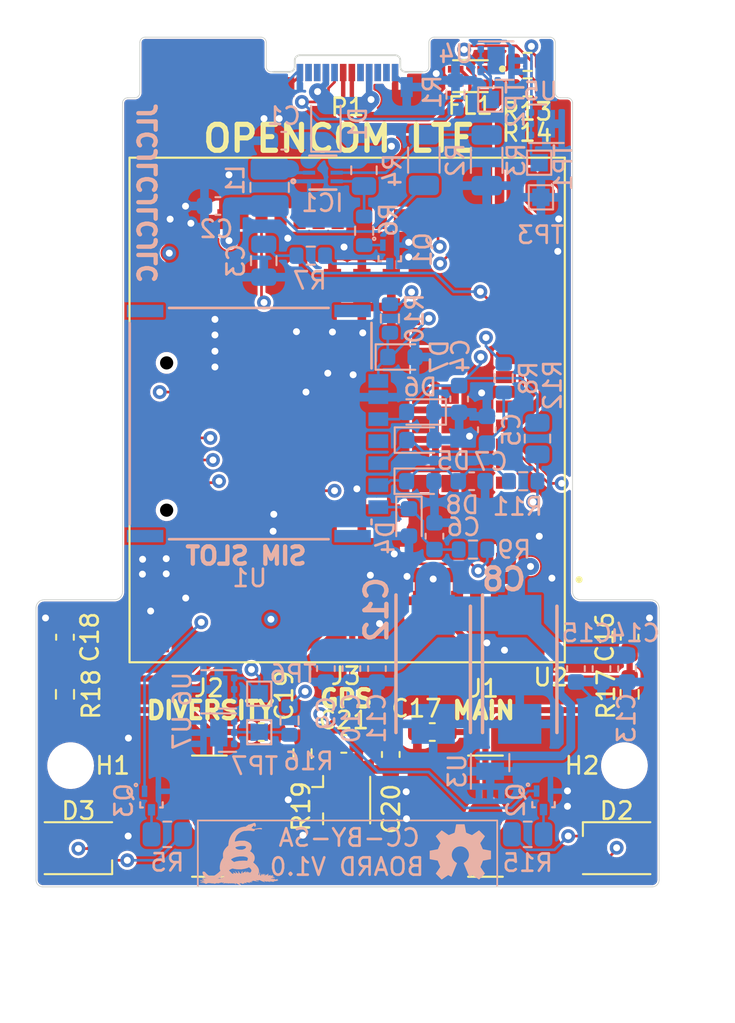
<source format=kicad_pcb>
(kicad_pcb (version 20221018) (generator pcbnew)

  (general
    (thickness 0.8)
  )

  (paper "A4")
  (title_block
    (title "openCom LTE")
    (rev "v1.0")
    (company "Liberated Embedded Systems")
    (comment 1 "Licensed under Creative Commons Attribution 4.0.")
    (comment 4 "https://liberatedsystems.co.uk")
  )

  (layers
    (0 "F.Cu" signal)
    (1 "In1.Cu" signal)
    (2 "In2.Cu" signal)
    (31 "B.Cu" signal)
    (32 "B.Adhes" user "B.Adhesive")
    (33 "F.Adhes" user "F.Adhesive")
    (34 "B.Paste" user)
    (35 "F.Paste" user)
    (36 "B.SilkS" user "B.Silkscreen")
    (37 "F.SilkS" user "F.Silkscreen")
    (38 "B.Mask" user)
    (39 "F.Mask" user)
    (40 "Dwgs.User" user "User.Drawings")
    (41 "Cmts.User" user "User.Comments")
    (42 "Eco1.User" user "User.Eco1")
    (43 "Eco2.User" user "User.Eco2")
    (44 "Edge.Cuts" user)
    (45 "Margin" user)
    (46 "B.CrtYd" user "B.Courtyard")
    (47 "F.CrtYd" user "F.Courtyard")
    (48 "B.Fab" user)
    (49 "F.Fab" user)
    (50 "User.1" user)
    (51 "User.2" user)
    (52 "User.3" user)
    (53 "User.4" user)
    (54 "User.5" user)
    (55 "User.6" user)
    (56 "User.7" user)
    (57 "User.8" user)
    (58 "User.9" user)
  )

  (setup
    (stackup
      (layer "F.SilkS" (type "Top Silk Screen"))
      (layer "F.Paste" (type "Top Solder Paste"))
      (layer "F.Mask" (type "Top Solder Mask") (thickness 0.01))
      (layer "F.Cu" (type "copper") (thickness 0.035))
      (layer "dielectric 1" (type "prepreg") (thickness 0.1) (material "FR4") (epsilon_r 4.5) (loss_tangent 0.02))
      (layer "In1.Cu" (type "copper") (thickness 0.035))
      (layer "dielectric 2" (type "core") (thickness 0.44) (material "FR4") (epsilon_r 4.5) (loss_tangent 0.02))
      (layer "In2.Cu" (type "copper") (thickness 0.035))
      (layer "dielectric 3" (type "prepreg") (thickness 0.1) (material "FR4") (epsilon_r 4.5) (loss_tangent 0.02))
      (layer "B.Cu" (type "copper") (thickness 0.035))
      (layer "B.Mask" (type "Bottom Solder Mask") (thickness 0.01))
      (layer "B.Paste" (type "Bottom Solder Paste"))
      (layer "B.SilkS" (type "Bottom Silk Screen"))
      (copper_finish "None")
      (dielectric_constraints no)
    )
    (pad_to_mask_clearance 0)
    (pcbplotparams
      (layerselection 0x00010fc_ffffffff)
      (plot_on_all_layers_selection 0x0000000_00000000)
      (disableapertmacros false)
      (usegerberextensions false)
      (usegerberattributes true)
      (usegerberadvancedattributes true)
      (creategerberjobfile true)
      (dashed_line_dash_ratio 12.000000)
      (dashed_line_gap_ratio 3.000000)
      (svgprecision 4)
      (plotframeref false)
      (viasonmask false)
      (mode 1)
      (useauxorigin false)
      (hpglpennumber 1)
      (hpglpenspeed 20)
      (hpglpendiameter 15.000000)
      (dxfpolygonmode true)
      (dxfimperialunits true)
      (dxfusepcbnewfont true)
      (psnegative false)
      (psa4output false)
      (plotreference true)
      (plotvalue true)
      (plotinvisibletext false)
      (sketchpadsonfab false)
      (subtractmaskfromsilk false)
      (outputformat 1)
      (mirror false)
      (drillshape 0)
      (scaleselection 1)
      (outputdirectory "gen/")
    )
  )

  (net 0 "")
  (net 1 "VBUS")
  (net 2 "GND")
  (net 3 "+3V8")
  (net 4 "/POWER_GOOD")
  (net 5 "/USIM_PRESENCE")
  (net 6 "/ANT_MAIN")
  (net 7 "/ANT_DIV")
  (net 8 "/ANT_GNSS")
  (net 9 "Net-(J3-In)")
  (net 10 "Net-(D1-A)")
  (net 11 "Net-(D2-K)")
  (net 12 "Net-(D3-K)")
  (net 13 "/USB_D+")
  (net 14 "/USB_D-")
  (net 15 "Net-(IC1-SW)")
  (net 16 "Net-(IC1-FB)")
  (net 17 "Net-(IC1-PG)")
  (net 18 "Net-(P1-CC)")
  (net 19 "unconnected-(P1-VCONN-PadB5)")
  (net 20 "Net-(Q1-B)")
  (net 21 "Net-(Q1-C)")
  (net 22 "/NETLIGHT")
  (net 23 "Net-(Q2-C)")
  (net 24 "/STATUS")
  (net 25 "Net-(Q3-C)")
  (net 26 "/USIM_RST")
  (net 27 "/USIM_CLK")
  (net 28 "/VDD_EXT")
  (net 29 "/USIM_DATA")
  (net 30 "Net-(R13-Pad1)")
  (net 31 "Net-(R14-Pad1)")
  (net 32 "Net-(R16-Pad2)")
  (net 33 "Net-(U2-USB_BOOT)")
  (net 34 "unconnected-(U1-VPP-PadC6)")
  (net 35 "unconnected-(U2-RESET_N-Pad17)")
  (net 36 "unconnected-(U2-PCM_DOUT-Pad7)")
  (net 37 "unconnected-(U2-PCM_DIN-Pad6)")
  (net 38 "unconnected-(U2-PCM_SYNC-Pad5)")
  (net 39 "unconnected-(U2-PCM_CLK-Pad4)")
  (net 40 "unconnected-(U2-RI-Pad39)")
  (net 41 "unconnected-(U2-DCD-Pad38)")
  (net 42 "unconnected-(U2-RTS-Pad37)")
  (net 43 "unconnected-(U2-CTS-Pad36)")
  (net 44 "unconnected-(U2-TXD-Pad35)")
  (net 45 "unconnected-(U2-RXD-Pad34)")
  (net 46 "unconnected-(U2-I2C_SCL-Pad40)")
  (net 47 "unconnected-(U2-I2C_SDA-Pad41)")
  (net 48 "unconnected-(U2-ADC0-Pad24)")
  (net 49 "unconnected-(U2-AP_READY-Pad19)")
  (net 50 "unconnected-(U2-DTR-Pad30)")
  (net 51 "unconnected-(U2-SPI_MISO-Pad28)")
  (net 52 "unconnected-(U2-SPI_MOSI-Pad27)")
  (net 53 "unconnected-(U2-SPI_CLK-Pad26)")
  (net 54 "unconnected-(U2-USIM2_RST-Pad85)")
  (net 55 "unconnected-(U2-USIM2_CLK-Pad84)")
  (net 56 "unconnected-(U2-USIM2_PRESENCE-Pad83)")
  (net 57 "unconnected-(U2-USIM2_DATA-Pad86)")
  (net 58 "unconnected-(U2-USIM2_VDD-Pad87)")
  (net 59 "/USIM_VDD")
  (net 60 "Net-(U1-RST)")
  (net 61 "Net-(U1-CLK)")
  (net 62 "Net-(U1-I{slash}O)")
  (net 63 "Net-(C17-Pad1)")
  (net 64 "Net-(C19-Pad1)")
  (net 65 "/USBC_D+")
  (net 66 "/USBC_D-")
  (net 67 "unconnected-(U2-RESERVED-Pad18)")
  (net 68 "unconnected-(U2-DBG_RXD-Pad22)")

  (footprint "CONSMA002-SMD:LINX_CONSMA002-SMD" (layer "F.Cu") (at 151.72 142.15))

  (footprint "Resistor_SMD:R_0603_1608Metric" (layer "F.Cu") (at 154.15 98.575 180))

  (footprint "Resistor_SMD:R_0603_1608Metric_Pad0.98x0.95mm_HandSolder" (layer "F.Cu") (at 160.05 135.1125 -90))

  (footprint "LED_SMD:LED_Cree-PLCC4_3.2x2.8mm_CCW" (layer "F.Cu") (at 128.2 144 180))

  (footprint "Capacitor_SMD:C_0603_1608Metric_Pad1.08x0.95mm_HandSolder" (layer "F.Cu") (at 146.25 138.5875 -90))

  (footprint "Resistor_SMD:R_0603_1608Metric_Pad0.98x0.95mm_HandSolder" (layer "F.Cu") (at 141.15 138.5375 -90))

  (footprint "Connector_USB:USB_C_Plug_Molex_105444" (layer "F.Cu") (at 143.75 99.15))

  (footprint "MountingHole:MountingHole_2.2mm_M2" (layer "F.Cu") (at 159.75 139.23))

  (footprint "LED_SMD:LED_Cree-PLCC4_3.2x2.8mm_CCW" (layer "F.Cu") (at 159.3 144))

  (footprint "CONSMA002-SMD:LINX_CONSMA002-SMD" (layer "F.Cu") (at 135.77 142.15))

  (footprint "Capacitor_SMD:C_0603_1608Metric_Pad1.08x0.95mm_HandSolder" (layer "F.Cu") (at 160.05 131.8125 90))

  (footprint "Capacitor_SMD:C_0603_1608Metric_Pad1.08x0.95mm_HandSolder" (layer "F.Cu") (at 138.7675 137.29))

  (footprint "Capacitor_SMD:C_0603_1608Metric_Pad1.08x0.95mm_HandSolder" (layer "F.Cu") (at 127.425 131.8125 90))

  (footprint "Capacitor_SMD:C_0603_1608Metric_Pad1.08x0.95mm_HandSolder" (layer "F.Cu") (at 148.6475 137.29 180))

  (footprint "Capacitor_SMD:C_0603_1608Metric_Pad1.08x0.95mm_HandSolder" (layer "F.Cu") (at 143.5375 137.975))

  (footprint "Resistor_SMD:R_0603_1608Metric_Pad0.98x0.95mm_HandSolder" (layer "F.Cu") (at 127.425 135.1125 -90))

  (footprint "MountingHole:MountingHole_2.2mm_M2" (layer "F.Cu") (at 127.75 139.23))

  (footprint "Resistor_SMD:R_0603_1608Metric" (layer "F.Cu") (at 154.15 100.05 180))

  (footprint "DLW21SN900SQ2L:FIL_DLW21SN900SQ2L" (layer "F.Cu") (at 150.85 99.4 180))

  (footprint "EG95:XCVR_EG95" (layer "F.Cu")
    (tstamp f851ed5b-4e23-405b-b1aa-e8d65dde7576)
    (at 143.73 118.685 180)
    (property "MANUFACTURER" "Quectel")
    (property "MAXIMUM_PACKAGE_HEIGHT" "2.5mm")
    (property "PARTREV" "1.5")
    (property "STANDARD" "Manufacturer Recommendations")
    (property "Sheetfile" "Roamer.kicad_sch")
    (property "Sheetname" "")
    (path "/e6a6b14f-fc94-4e9b-b34c-71e0e50cdc39")
    (attr smd)
    (fp_text reference "U2" (at -11.76 -15.445) (layer "F.SilkS")
        (effects (font (size 1 1) (thickness 0.153)))
      (tstamp 1d464947-5842-4187-a9bd-c30a4e55b624)
    )
    (fp_text value "EG95" (at -12.635 15.715) (layer "F.Fab")
        (effects (font (size 1 1) (thickness 0.15)))
      (tstamp 7b80973e-b338-4301-a0a8-35a68cefc798)
    )
    (fp_circle (center -5.95 -4.25) (end -5.478 -4.25)
      (stroke (width 0) (type solid)) (fill solid) (layer "F.Paste") (tstamp 67d3b74d-81a9-43e5-82a0-a58ecb94a205))
    (fp_circle (center -5.95 -2.55) (end -5.478 -2.55)
      (stroke (width 0) (type solid)) (fill solid) (layer "F.Paste") (tstamp 12d7749c-79c9-41a7-b0f5-19f3bfe17632))
    (fp_circle (center -5.95 -0.85) (end -5.478 -0.85)
      (stroke (width 0) (type solid)) (fill solid) (layer "F.Paste") (tstamp 4e384b70-bee1-4f3c-923a-35ca47ab2658))
    (fp_circle (center -5.95 0.85) (end -5.478 0.85)
      (stroke (width 0) (type solid)) (fill solid) (layer "F.Paste") (tstamp 6d05fc8f-1146-4558-87f4-124d02db3765))
    (fp_circle (center -5.95 2.55) (end -5.478 2.55)
      (stroke (width 0) (type solid)) (fill solid) (layer "F.Paste") (tstamp 357ed333-a131-4460-9f03-f99d16791163))
    (fp_circle (center -5.95 4.25) (end -5.478 4.25)
      (stroke (width 0) (type solid)) (fill solid) (layer "F.Paste") (tstamp 63f94867-3c9e-4667-930a-fee0f1e2ebe2))
    (fp_circle (center -4.25 -4.25) (end -3.778 -4.25)
      (stroke (width 0) (type solid)) (fill solid) (layer "F.Paste") (tstamp 13cc66c6-7510-4e83-a694-d08949b734e5))
    (fp_circle (center -4.25 -2.55) (end -3.778 -2.55)
      (stroke (width 0) (type solid)) (fill solid) (layer "F.Paste") (tstamp 8c7a9cf3-ddbd-4b7c-bebc-49031a5e6d73))
    (fp_circle (center -4.25 -0.85) (end -3.778 -0.85)
      (stroke (width 0) (type solid)) (fill solid) (layer "F.Paste") (tstamp 3d9d3b4e-af9b-4dbc-9336-c29b3746faba))
    (fp_circle (center -4.25 0.85) (end -3.778 0.85)
      (stroke (width 0) (type solid)) (fill solid) (layer "F.Paste") (tstamp 690ddcd6-4d8e-42c0-ad75-ff9db3797b01))
    (fp_circle (center -4.25 2.55) (end -3.778 2.55)
      (stroke (width 0) (type solid)) (fill solid) (layer "F.Paste") (tstamp 75b36f97-51b2-4f40-b557-750c42c33062))
    (fp_circle (center -4.25 4.25) (end -3.778 4.25)
      (stroke (width 0) (type solid)) (fill solid) (layer "F.Paste") (tstamp 4e758d36-1513-487c-9267-fc087fa18d60))
    (fp_circle (center -2.55 -7.65) (end -2.078 -7.65)
      (stroke (width 0) (type solid)) (fill solid) (layer "F.Paste") (tstamp 3633692c-49f1-42ca-94b0-b891b5a33b8a))
    (fp_circle (center -2.55 -5.95) (end -2.078 -5.95)
      (stroke (width 0) (type solid)) (fill solid) (layer "F.Paste") (tstamp daf7962a-2a44-472f-b9c9-8c84ea1849f8))
    (fp_circle (center -2.55 5.95) (end -2.078 5.95)
      (stroke (width 0) (type solid)) (fill solid) (layer "F.Paste") (tstamp 32fabbac-dc5d-4778-92ac-b5c62bce09fe))
    (fp_circle (center -2.55 7.65) (end -2.078 7.65)
      (stroke (width 0) (type solid)) (fill solid) (layer "F.Paste") (tstamp b9df1aa6-a689-4293-8753-7c59f8230178))
    (fp_circle (center -0.85 -7.65) (end -0.378 -7.65)
      (stroke (width 0) (type solid)) (fill solid) (layer "F.Paste") (tstamp 4d0be172-5136-470d-b73a-7a8cb51ed73c))
    (fp_circle (center -0.85 -5.95) (end -0.378 -5.95)
      (stroke (width 0) (type solid)) (fill solid) (layer "F.Paste") (tstamp e9ad7bc7-db7f-41e8-8090-37c9b439c87a))
    (fp_circle (center -0.85 5.95) (end -0.378 5.95)
      (stroke (width 0) (type solid)) (fill solid) (layer "F.Paste") (tstamp 4a30cd4e-e496-41e4-82a6-3686d3ecb188))
    (fp_circle (center -0.85 7.65) (end -0.378 7.65)
      (stroke (width 0) (type solid)) (fill solid) (layer "F.Paste") (tstamp 55b8e7ce-c026-444a-87d3-c25fb53b51c9))
    (fp_circle (center 0.85 -7.65) (end 1.322 -7.65)
      (stroke (width 0) (type solid)) (fill solid) (layer "F.Paste") (tstamp 32b20396-c9b0-4873-b9ba-fa2c66fc98d1))
    (fp_circle (center 0.85 -5.95) (end 1.322 -5.95)
      (stroke (width 0) (type solid)) (fill solid) (layer "F.Paste") (tstamp e03b0b90-06f2-4e0d-a234-628bf843efeb))
    (fp_circle (center 0.85 5.95) (end 1.322 5.95)
      (stroke (width 0) (type solid)) (fill solid) (layer "F.Paste") (tstamp 117ba3fd-2c95-455c-a1fb-79870f2b7c3e))
    (fp_circle (center 0.85 7.65) (end 1.322 7.65)
      (stroke (width 0) (type solid)) (fill solid) (layer "F.Paste") (tstamp 9cebe8bb-5944-4532-84f3-4db69cb5a267))
    (fp_circle (center 2.55 -7.65) (end 3.022 -7.65)
      (stroke (width 0) (type solid)) (fill solid) (layer "F.Paste") (tstamp 4591d32e-0bfd-40f2-a436-d8c4a8df7b9c))
    (fp_circle (center 2.55 -5.95) (end 3.022 -5.95)
      (stroke (width 0) (type solid)) (fill solid) (layer "F.Paste") (tstamp 27feb6eb-48a0-44e1-945e-be4be8aa40cb))
    (fp_circle (center 2.55 5.95) (end 3.022 5.95)
      (stroke (width 0) (type solid)) (fill solid) (layer "F.Paste") (tstamp d0d20436-b778-4fa3-9675-56b791c3d56f))
    (fp_circle (center 2.55 7.65) (end 3.022 7.65)
      (stroke (width 0) (type solid)) (fill solid) (layer "F.Paste") (tstamp defa867d-6b76-49c8-bb58-cf6b459a29a2))
    (fp_circle (center 4.25 -4.25) (end 4.722 -4.25)
      (stroke (width 0) (type solid)) (fill solid) (layer "F.Paste") (tstamp 025de2ef-81a6-402c-bdfe-0f3340f36076))
    (fp_circle (center 4.25 -2.55) (end 4.722 -2.55)
      (stroke (width 0) (type solid)) (fill solid) (layer "F.Paste") (tstamp 920f3030-f3a9-49d9-98b1-ba1e7a6cde5b))
    (fp_circle (center 4.25 -0.85) (end 4.722 -0.85)
      (stroke (width 0) (type solid)) (fill solid) (layer "F.Paste") (tstamp cf2d715c-b57e-4e29-b1b7-62efa84a9561))
    (fp_circle (center 4.25 0.85) (end 4.722 0.85)
      (stroke (width 0) (type solid)) (fill solid) (layer "F.Paste") (tstamp ca71414b-1dcf-458c-9ec7-99f7644ea8d3))
    (fp_circle (center 4.25 2.55) (end 4.722 2.55)
      (stroke (width 0) (type solid)) (fill solid) (layer "F.Paste") (tstamp c74df507-238b-4f61-b908-673a0ad914c0))
    (fp_circle (center 4.25 4.25) (end 4.722 4.25)
      (stroke (width 0) (type solid)) (fill solid) (layer "F.Paste") (tstamp 89941a95-52f2-4f01-b5ae-ea2ee97dc086))
    (fp_circle (center 5.95 -4.25) (end 6.422 -4.25)
      (stroke (width 0) (type solid)) (fill solid) (layer "F.Paste") (tstamp 464d7fed-1c31-488c-ad54-5f06dec5a552))
    (fp_circle (center 5.95 -2.55) (end 6.422 -2.55)
      (stroke (width 0) (type solid)) (fill solid) (layer "F.Paste") (tstamp 7989918b-1f57-4399-89ef-f58e0c36eb2c))
    (fp_circle (center 5.95 -0.85) (end 6.422 -0.85)
      (stroke (width 0) (type solid)) (fill solid) (layer "F.Paste") (tstamp 338601a2-47bf-49f9-ba85-32e5a710140d))
    (fp_circle (center 5.95 0.85) (end 6.422 0.85)
      (stroke (width 0) (type solid)) (fill solid) (layer "F.Paste") (tstamp 12da4203-b063-4a2b-968e-3657dc112560))
    (fp_circle (center 5.95 2.55) (end 6.422 2.55)
      (stroke (width 0) (type solid)) (fill solid) (layer "F.Paste") (tstamp 7f6528a6-3a92-4aca-ba64-fc076fca4400))
    (fp_circle (center 5.95 4.25) (end 6.422 4.25)
      (stroke (width 0) (type solid)) (fill solid) (layer "F.Paste") (tstamp faf3a879-e27f-4ff1-b81f-1530938d56fc))
    (fp_poly
      (pts
        (xy -11.66 -13.66)
        (xy -10.64 -13.66)
        (xy -10.64 -12.64)
        (xy -11.66 -12.64)
      )

      (stroke (width 0.01) (type solid)) (fill solid) (layer "F.Paste") (tstamp a4cf9f7c-fc80-4a6e-8aed-8618a06b9c70))
    (fp_poly
      (pts
        (xy -10.54 13.56)
        (xy -10.78 13.56)
        (xy -11.56 12.78)
        (xy -11.56 12.54)
        (xy -10.54 12.54)
      )

      (stroke (width 0.0001) (type solid)) (fill solid) (layer "F.Paste") (tstamp 36e8bdf4-fab0-480a-ae07-fd85752c3d27))
    (fp_poly
      (pts
        (xy -10.54 13.56)
        (xy -10.78 13.56)
        (xy -11.56 12.78)
        (xy -11.56 12.54)
        (xy -10.54 12.54)
      )

      (stroke (width 0.0001) (type solid)) (fill solid) (layer "F.Paste") (tstamp fb33d6b7-c026-42c4-b8ab-e0e13b2d656e))
    (fp_poly
      (pts
        (xy 10.54 -13.56)
        (xy 10.78 -13.56)
        (xy 11.56 -12.78)
        (xy 11.56 -12.54)
        (xy 10.54 -12.54)
      )

      (stroke (width 0.0001) (type solid)) (fill solid) (layer "F.Paste") (tstamp 74c62a22-a856-4ac7-bb7a-1febdc12e728))
    (fp_poly
      (pts
        (xy 10.54 13.56)
        (xy 10.78 13.56)
        (xy 11.56 12.78)
        (xy 11.56 12.54)
        (xy 10.54 12.54)
      )

      (stroke (width 0.0001) (type solid)) (fill solid) (layer "F.Paste") (tstamp c4360858-c8a5-42dc-836e-f31e91c33908))
    (fp_poly
      (pts
        (xy -9.525 -9.98)
        (xy -8.825 -9.98)
        (xy -8.819 -9.98)
        (xy -8.814 -9.979)
        (xy -8.808 -9.979)
        (xy -8.802 -9.978)
        (xy -8.797 -9.976)
        (xy -8.791 -9.975)
        (xy -8.786 -9.973)
        (xy -8.78 -9.97)
        (xy -8.775 -9.968)
        (xy -8.77 -9.965)
        (xy -8.765 -9.962)
        (xy -8.76 -9.959)
        (xy -8.756 -9.955)
        (xy -8.751 -9.952)
        (xy -8.747 -9.948)
        (xy -8.743 -9.944)
        (xy -8.74 -9.939)
        (xy -8.736 -9.935)
        (xy -8.733 -9.93)
        (xy -8.73 -9.925)
        (xy -8.727 -9.92)
        (xy -8.725 -9.915)
        (xy -8.722 -9.909)
        (xy -8.72 -9.904)
        (xy -8.719 -9.898)
        (xy -8.717 -9.893)
        (xy -8.716 -9.887)
        (xy -8.716 -9.881)
        (xy -8.715 -9.876)
        (xy -8.715 -9.87)
        (xy -8.715 -9.53)
        (xy -8.715 -9.524)
        (xy -8.716 -9.519)
        (xy -8.716 -9.513)
        (xy -8.717 -9.507)
        (xy -8.719 -9.502)
        (xy -8.72 -9.496)
        (xy -8.722 -9.491)
        (xy -8.725 -9.485)
        (xy -8.727 -9.48)
        (xy -8.73 -9.475)
        (xy -8.733 -9.47)
        (xy -8.736 -9.465)
        (xy -8.74 -9.461)
        (xy -8.743 -9.456)
        (xy -8.747 -9.452)
        (xy -8.751 -9.448)
        (xy -8.756 -9.445)
        (xy -8.76 -9.441)
        (xy -8.765 -9.438)
        (xy -8.77 -9.435)
        (xy -8.775 -9.432)
        (xy -8.78 -9.43)
        (xy -8.786 -9.427)
        (xy -8.791 -9.425)
        (xy -8.797 -9.424)
        (xy -8.802 -9.422)
        (xy -8.808 -9.421)
        (xy -8.814 -9.421)
        (xy -8.819 -9.42)
        (xy -8.825 -9.42)
        (xy -9.525 -9.42)
        (xy -9.531 -9.42)
        (xy -9.536 -9.421)
        (xy -9.542 -9.421)
        (xy -9.548 -9.422)
        (xy -9.553 -9.424)
        (xy -9.559 -9.425)
        (xy -9.564 -9.427)
        (xy -9.57 -9.43)
        (xy -9.575 -9.432)
        (xy -9.58 -9.435)
        (xy -9.585 -9.438)
        (xy -9.59 -9.441)
        (xy -9.594 -9.445)
        (xy -9.599 -9.448)
        (xy -9.603 -9.452)
        (xy -9.607 -9.456)
        (xy -9.61 -9.461)
        (xy -9.614 -9.465)
        (xy -9.617 -9.47)
        (xy -9.62 -9.475)
        (xy -9.623 -9.48)
        (xy -9.625 -9.485)
        (xy -9.628 -9.491)
        (xy -9.63 -9.496)
        (xy -9.631 -9.502)
        (xy -9.633 -9.507)
        (xy -9.634 -9.513)
        (xy -9.634 -9.519)
        (xy -9.635 -9.524)
        (xy -9.635 -9.53)
        (xy -9.635 -9.87)
        (xy -9.635 -9.876)
        (xy -9.634 -9.881)
        (xy -9.634 -9.887)
        (xy -9.633 -9.893)
        (xy -9.631 -9.898)
        (xy -9.63 -9.904)
        (xy -9.628 -9.909)
        (xy -9.625 -9.915)
        (xy -9.623 -9.92)
        (xy -9.62 -9.925)
        (xy -9.617 -9.93)
        (xy -9.614 -9.935)
        (xy -9.61 -9.939)
        (xy -9.607 -9.944)
        (xy -9.603 -9.948)
        (xy -9.599 -9.952)
        (xy -9.594 -9.955)
        (xy -9.59 -9.959)
        (xy -9.585 -9.962)
        (xy -9.58 -9.965)
        (xy -9.575 -9.968)
        (xy -9.57 -9.97)
        (xy -9.564 -9.973)
        (xy -9.559 -9.975)
        (xy -9.553 -9.976)
        (xy -9.548 -9.978)
        (xy -9.542 -9.979)
        (xy -9.536 -9.979)
        (xy -9.531 -9.98)
        (xy -9.525 -9.98)
      )

      (stroke (width 0.0001) (type solid)) (fill solid) (layer "F.Paste") (tstamp 381fb920-c57b-4d2c-bff1-181bec3e7f23))
    (fp_poly
      (pts
        (xy -9.525 -8.88)
        (xy -8.825 -8.88)
        (xy -8.819 -8.88)
        (xy -8.814 -8.879)
        (xy -8.808 -8.879)
        (xy -8.802 -8.878)
        (xy -8.797 -8.876)
        (xy -8.791 -8.875)
        (xy -8.786 -8.873)
        (xy -8.78 -8.87)
        (xy -8.775 -8.868)
        (xy -8.77 -8.865)
        (xy -8.765 -8.862)
        (xy -8.76 -8.859)
        (xy -8.756 -8.855)
        (xy -8.751 -8.852)
        (xy -8.747 -8.848)
        (xy -8.743 -8.844)
        (xy -8.74 -8.839)
        (xy -8.736 -8.835)
        (xy -8.733 -8.83)
        (xy -8.73 -8.825)
        (xy -8.727 -8.82)
        (xy -8.725 -8.815)
        (xy -8.722 -8.809)
        (xy -8.72 -8.804)
        (xy -8.719 -8.798)
        (xy -8.717 -8.793)
        (xy -8.716 -8.787)
        (xy -8.716 -8.781)
        (xy -8.715 -8.776)
        (xy -8.715 -8.77)
        (xy -8.715 -8.43)
        (xy -8.715 -8.424)
        (xy -8.716 -8.419)
        (xy -8.716 -8.413)
        (xy -8.717 -8.407)
        (xy -8.719 -8.402)
        (xy -8.72 -8.396)
        (xy -8.722 -8.391)
        (xy -8.725 -8.385)
        (xy -8.727 -8.38)
        (xy -8.73 -8.375)
        (xy -8.733 -8.37)
        (xy -8.736 -8.365)
        (xy -8.74 -8.361)
        (xy -8.743 -8.356)
        (xy -8.747 -8.352)
        (xy -8.751 -8.348)
        (xy -8.756 -8.345)
        (xy -8.76 -8.341)
        (xy -8.765 -8.338)
        (xy -8.77 -8.335)
        (xy -8.775 -8.332)
        (xy -8.78 -8.33)
        (xy -8.786 -8.327)
        (xy -8.791 -8.325)
        (xy -8.797 -8.324)
        (xy -8.802 -8.322)
        (xy -8.808 -8.321)
        (xy -8.814 -8.321)
        (xy -8.819 -8.32)
        (xy -8.825 -8.32)
        (xy -9.525 -8.32)
        (xy -9.531 -8.32)
        (xy -9.536 -8.321)
        (xy -9.542 -8.321)
        (xy -9.548 -8.322)
        (xy -9.553 -8.324)
        (xy -9.559 -8.325)
        (xy -9.564 -8.327)
        (xy -9.57 -8.33)
        (xy -9.575 -8.332)
        (xy -9.58 -8.335)
        (xy -9.585 -8.338)
        (xy -9.59 -8.341)
        (xy -9.594 -8.345)
        (xy -9.599 -8.348)
        (xy -9.603 -8.352)
        (xy -9.607 -8.356)
        (xy -9.61 -8.361)
        (xy -9.614 -8.365)
        (xy -9.617 -8.37)
        (xy -9.62 -8.375)
        (xy -9.623 -8.38)
        (xy -9.625 -8.385)
        (xy -9.628 -8.391)
        (xy -9.63 -8.396)
        (xy -9.631 -8.402)
        (xy -9.633 -8.407)
        (xy -9.634 -8.413)
        (xy -9.634 -8.419)
        (xy -9.635 -8.424)
        (xy -9.635 -8.43)
        (xy -9.635 -8.77)
        (xy -9.635 -8.776)
        (xy -9.634 -8.781)
        (xy -9.634 -8.787)
        (xy -9.633 -8.793)
        (xy -9.631 -8.798)
        (xy -9.63 -8.804)
        (xy -9.628 -8.809)
        (xy -9.625 -8.815)
        (xy -9.623 -8.82)
        (xy -9.62 -8.825)
        (xy -9.617 -8.83)
        (xy -9.614 -8.835)
        (xy -9.61 -8.839)
        (xy -9.607 -8.844)
        (xy -9.603 -8.848)
        (xy -9.599 -8.852)
        (xy -9.594 -8.855)
        (xy -9.59 -8.859)
        (xy -9.585 -8.862)
        (xy -9.58 -8.865)
        (xy -9.575 -8.868)
        (xy -9.57 -8.87)
        (xy -9.564 -8.873)
        (xy -9.559 -8.875)
        (xy -9.553 -8.876)
        (xy -9.548 -8.878)
        (xy -9.542 -8.879)
        (xy -9.536 -8.879)
        (xy -9.531 -8.88)
        (xy -9.525 -8.88)
      )

      (stroke (width 0.0001) (type solid)) (fill solid) (layer "F.Paste") (tstamp 15a79106-df97-4493-8a49-601ca5566463))
    (fp_poly
      (pts
        (xy -9.525 -7.78)
        (xy -8.825 -7.78)
        (xy -8.819 -7.78)
        (xy -8.814 -7.779)
        (xy -8.808 -7.779)
        (xy -8.802 -7.778)
        (xy -8.797 -7.776)
        (xy -8.791 -7.775)
        (xy -8.786 -7.773)
        (xy -8.78 -7.77)
        (xy -8.775 -7.768)
        (xy -8.77 -7.765)
        (xy -8.765 -7.762)
        (xy -8.76 -7.759)
        (xy -8.756 -7.755)
        (xy -8.751 -7.752)
        (xy -8.747 -7.748)
        (xy -8.743 -7.744)
        (xy -8.74 -7.739)
        (xy -8.736 -7.735)
        (xy -8.733 -7.73)
        (xy -8.73 -7.725)
        (xy -8.727 -7.72)
        (xy -8.725 -7.715)
        (xy -8.722 -7.709)
        (xy -8.72 -7.704)
        (xy -8.719 -7.698)
        (xy -8.717 -7.693)
        (xy -8.716 -7.687)
        (xy -8.716 -7.681)
        (xy -8.715 -7.676)
        (xy -8.715 -7.67)
        (xy -8.715 -7.33)
        (xy -8.715 -7.324)
        (xy -8.716 -7.319)
        (xy -8.716 -7.313)
        (xy -8.717 -7.307)
        (xy -8.719 -7.302)
        (xy -8.72 -7.296)
        (xy -8.722 -7.291)
        (xy -8.725 -7.285)
        (xy -8.727 -7.28)
        (xy -8.73 -7.275)
        (xy -8.733 -7.27)
        (xy -8.736 -7.265)
        (xy -8.74 -7.261)
        (xy -8.743 -7.256)
        (xy -8.747 -7.252)
        (xy -8.751 -7.248)
        (xy -8.756 -7.245)
        (xy -8.76 -7.241)
        (xy -8.765 -7.238)
        (xy -8.77 -7.235)
        (xy -8.775 -7.232)
        (xy -8.78 -7.23)
        (xy -8.786 -7.227)
        (xy -8.791 -7.225)
        (xy -8.797 -7.224)
        (xy -8.802 -7.222)
        (xy -8.808 -7.221)
        (xy -8.814 -7.221)
        (xy -8.819 -7.22)
        (xy -8.825 -7.22)
        (xy -9.525 -7.22)
        (xy -9.531 -7.22)
        (xy -9.536 -7.221)
        (xy -9.542 -7.221)
        (xy -9.548 -7.222)
        (xy -9.553 -7.224)
        (xy -9.559 -7.225)
        (xy -9.564 -7.227)
        (xy -9.57 -7.23)
        (xy -9.575 -7.232)
        (xy -9.58 -7.235)
        (xy -9.585 -7.238)
        (xy -9.59 -7.241)
        (xy -9.594 -7.245)
        (xy -9.599 -7.248)
        (xy -9.603 -7.252)
        (xy -9.607 -7.256)
        (xy -9.61 -7.261)
        (xy -9.614 -7.265)
        (xy -9.617 -7.27)
        (xy -9.62 -7.275)
        (xy -9.623 -7.28)
        (xy -9.625 -7.285)
        (xy -9.628 -7.291)
        (xy -9.63 -7.296)
        (xy -9.631 -7.302)
        (xy -9.633 -7.307)
        (xy -9.634 -7.313)
        (xy -9.634 -7.319)
        (xy -9.635 -7.324)
        (xy -9.635 -7.33)
        (xy -9.635 -7.67)
        (xy -9.635 -7.676)
        (xy -9.634 -7.681)
        (xy -9.634 -7.687)
        (xy -9.633 -7.693)
        (xy -9.631 -7.698)
        (xy -9.63 -7.704)
        (xy -9.628 -7.709)
        (xy -9.625 -7.715)
        (xy -9.623 -7.72)
        (xy -9.62 -7.725)
        (xy -9.617 -7.73)
        (xy -9.614 -7.735)
        (xy -9.61 -7.739)
        (xy -9.607 -7.744)
        (xy -9.603 -7.748)
        (xy -9.599 -7.752)
        (xy -9.594 -7.755)
        (xy -9.59 -7.759)
        (xy -9.585 -7.762)
        (xy -9.58 -7.765)
        (xy -9.575 -7.768)
        (xy -9.57 -7.77)
        (xy -9.564 -7.773)
        (xy -9.559 -7.775)
        (xy -9.553 -7.776)
        (xy -9.548 -7.778)
        (xy -9.542 -7.779)
        (xy -9.536 -7.779)
        (xy -9.531 -7.78)
        (xy -9.525 -7.78)
      )

      (stroke (width 0.0001) (type solid)) (fill solid) (layer "F.Paste") (tstamp 0c575af3-6ed1-46a3-bfde-38643bb7e524))
    (fp_poly
      (pts
        (xy -9.525 -6.68)
        (xy -8.825 -6.68)
        (xy -8.819 -6.68)
        (xy -8.814 -6.679)
        (xy -8.808 -6.679)
        (xy -8.802 -6.678)
        (xy -8.797 -6.676)
        (xy -8.791 -6.675)
        (xy -8.786 -6.673)
        (xy -8.78 -6.67)
        (xy -8.775 -6.668)
        (xy -8.77 -6.665)
        (xy -8.765 -6.662)
        (xy -8.76 -6.659)
        (xy -8.756 -6.655)
        (xy -8.751 -6.652)
        (xy -8.747 -6.648)
        (xy -8.743 -6.644)
        (xy -8.74 -6.639)
        (xy -8.736 -6.635)
        (xy -8.733 -6.63)
        (xy -8.73 -6.625)
        (xy -8.727 -6.62)
        (xy -8.725 -6.615)
        (xy -8.722 -6.609)
        (xy -8.72 -6.604)
        (xy -8.719 -6.598)
        (xy -8.717 -6.593)
        (xy -8.716 -6.587)
        (xy -8.716 -6.581)
        (xy -8.715 -6.576)
        (xy -8.715 -6.57)
        (xy -8.715 -6.23)
        (xy -8.715 -6.224)
        (xy -8.716 -6.219)
        (xy -8.716 -6.213)
        (xy -8.717 -6.207)
        (xy -8.719 -6.202)
        (xy -8.72 -6.196)
        (xy -8.722 -6.191)
        (xy -8.725 -6.185)
        (xy -8.727 -6.18)
        (xy -8.73 -6.175)
        (xy -8.733 -6.17)
        (xy -8.736 -6.165)
        (xy -8.74 -6.161)
        (xy -8.743 -6.156)
        (xy -8.747 -6.152)
        (xy -8.751 -6.148)
        (xy -8.756 -6.145)
        (xy -8.76 -6.141)
        (xy -8.765 -6.138)
        (xy -8.77 -6.135)
        (xy -8.775 -6.132)
        (xy -8.78 -6.13)
        (xy -8.786 -6.127)
        (xy -8.791 -6.125)
        (xy -8.797 -6.124)
        (xy -8.802 -6.122)
        (xy -8.808 -6.121)
        (xy -8.814 -6.121)
        (xy -8.819 -6.12)
        (xy -8.825 -6.12)
        (xy -9.525 -6.12)
        (xy -9.531 -6.12)
        (xy -9.536 -6.121)
        (xy -9.542 -6.121)
        (xy -9.548 -6.122)
        (xy -9.553 -6.124)
        (xy -9.559 -6.125)
        (xy -9.564 -6.127)
        (xy -9.57 -6.13)
        (xy -9.575 -6.132)
        (xy -9.58 -6.135)
        (xy -9.585 -6.138)
        (xy -9.59 -6.141)
        (xy -9.594 -6.145)
        (xy -9.599 -6.148)
        (xy -9.603 -6.152)
        (xy -9.607 -6.156)
        (xy -9.61 -6.161)
        (xy -9.614 -6.165)
        (xy -9.617 -6.17)
        (xy -9.62 -6.175)
        (xy -9.623 -6.18)
        (xy -9.625 -6.185)
        (xy -9.628 -6.191)
        (xy -9.63 -6.196)
        (xy -9.631 -6.202)
        (xy -9.633 -6.207)
        (xy -9.634 -6.213)
        (xy -9.634 -6.219)
        (xy -9.635 -6.224)
        (xy -9.635 -6.23)
        (xy -9.635 -6.57)
        (xy -9.635 -6.576)
        (xy -9.634 -6.581)
        (xy -9.634 -6.587)
        (xy -9.633 -6.593)
        (xy -9.631 -6.598)
        (xy -9.63 -6.604)
        (xy -9.628 -6.609)
        (xy -9.625 -6.615)
        (xy -9.623 -6.62)
        (xy -9.62 -6.625)
        (xy -9.617 -6.63)
        (xy -9.614 -6.635)
        (xy -9.61 -6.639)
        (xy -9.607 -6.644)
        (xy -9.603 -6.648)
        (xy -9.599 -6.652)
        (xy -9.594 -6.655)
        (xy -9.59 -6.659)
        (xy -9.585 -6.662)
        (xy -9.58 -6.665)
        (xy -9.575 -6.668)
        (xy -9.57 -6.67)
        (xy -9.564 -6.673)
        (xy -9.559 -6.675)
        (xy -9.553 -6.676)
        (xy -9.548 -6.678)
        (xy -9.542 -6.679)
        (xy -9.536 -6.679)
        (xy -9.531 -6.68)
        (xy -9.525 -6.68)
      )

      (stroke (width 0.0001) (type solid)) (fill solid) (layer "F.Paste") (tstamp 4a9d6eca-1bec-49f3-8d4a-6444aca6165c))
    (fp_poly
      (pts
        (xy -9.525 -5.58)
        (xy -8.825 -5.58)
        (xy -8.819 -5.58)
        (xy -8.814 -5.579)
        (xy -8.808 -5.579)
        (xy -8.802 -5.578)
        (xy -8.797 -5.576)
        (xy -8.791 -5.575)
        (xy -8.786 -5.573)
        (xy -8.78 -5.57)
        (xy -8.775 -5.568)
        (xy -8.77 -5.565)
        (xy -8.765 -5.562)
        (xy -8.76 -5.559)
        (xy -8.756 -5.555)
        (xy -8.751 -5.552)
        (xy -8.747 -5.548)
        (xy -8.743 -5.544)
        (xy -8.74 -5.539)
        (xy -8.736 -5.535)
        (xy -8.733 -5.53)
        (xy -8.73 -5.525)
        (xy -8.727 -5.52)
        (xy -8.725 -5.515)
        (xy -8.722 -5.509)
        (xy -8.72 -5.504)
        (xy -8.719 -5.498)
        (xy -8.717 -5.493)
        (xy -8.716 -5.487)
        (xy -8.716 -5.481)
        (xy -8.715 -5.476)
        (xy -8.715 -5.47)
        (xy -8.715 -5.13)
        (xy -8.715 -5.124)
        (xy -8.716 -5.119)
        (xy -8.716 -5.113)
        (xy -8.717 -5.107)
        (xy -8.719 -5.102)
        (xy -8.72 -5.096)
        (xy -8.722 -5.091)
        (xy -8.725 -5.085)
        (xy -8.727 -5.08)
        (xy -8.73 -5.075)
        (xy -8.733 -5.07)
        (xy -8.736 -5.065)
        (xy -8.74 -5.061)
        (xy -8.743 -5.056)
        (xy -8.747 -5.052)
        (xy -8.751 -5.048)
        (xy -8.756 -5.045)
        (xy -8.76 -5.041)
        (xy -8.765 -5.038)
        (xy -8.77 -5.035)
        (xy -8.775 -5.032)
        (xy -8.78 -5.03)
        (xy -8.786 -5.027)
        (xy -8.791 -5.025)
        (xy -8.797 -5.024)
        (xy -8.802 -5.022)
        (xy -8.808 -5.021)
        (xy -8.814 -5.021)
        (xy -8.819 -5.02)
        (xy -8.825 -5.02)
        (xy -9.525 -5.02)
        (xy -9.531 -5.02)
        (xy -9.536 -5.021)
        (xy -9.542 -5.021)
        (xy -9.548 -5.022)
        (xy -9.553 -5.024)
        (xy -9.559 -5.025)
        (xy -9.564 -5.027)
        (xy -9.57 -5.03)
        (xy -9.575 -5.032)
        (xy -9.58 -5.035)
        (xy -9.585 -5.038)
        (xy -9.59 -5.041)
        (xy -9.594 -5.045)
        (xy -9.599 -5.048)
        (xy -9.603 -5.052)
        (xy -9.607 -5.056)
        (xy -9.61 -5.061)
        (xy -9.614 -5.065)
        (xy -9.617 -5.07)
        (xy -9.62 -5.075)
        (xy -9.623 -5.08)
        (xy -9.625 -5.085)
        (xy -9.628 -5.091)
        (xy -9.63 -5.096)
        (xy -9.631 -5.102)
        (xy -9.633 -5.107)
        (xy -9.634 -5.113)
        (xy -9.634 -5.119)
        (xy -9.635 -5.124)
        (xy -9.635 -5.13)
        (xy -9.635 -5.47)
        (xy -9.635 -5.476)
        (xy -9.634 -5.481)
        (xy -9.634 -5.487)
        (xy -9.633 -5.493)
        (xy -9.631 -5.498)
        (xy -9.63 -5.504)
        (xy -9.628 -5.509)
        (xy -9.625 -5.515)
        (xy -9.623 -5.52)
        (xy -9.62 -5.525)
        (xy -9.617 -5.53)
        (xy -9.614 -5.535)
        (xy -9.61 -5.539)
        (xy -9.607 -5.544)
        (xy -9.603 -5.548)
        (xy -9.599 -5.552)
        (xy -9.594 -5.555)
        (xy -9.59 -5.559)
        (xy -9.585 -5.562)
        (xy -9.58 -5.565)
        (xy -9.575 -5.568)
        (xy -9.57 -5.57)
        (xy -9.564 -5.573)
        (xy -9.559 -5.575)
        (xy -9.553 -5.576)
        (xy -9.548 -5.578)
        (xy -9.542 -5.579)
        (xy -9.536 -5.579)
        (xy -9.531 -5.58)
        (xy -9.525 -5.58)
      )

      (stroke (width 0.0001) (type solid)) (fill solid) (layer "F.Paste") (tstamp e40f3414-f91c-4fbd-a4de-8dc5493441cf))
    (fp_poly
      (pts
        (xy -9.525 -4.48)
        (xy -8.825 -4.48)
        (xy -8.819 -4.48)
        (xy -8.814 -4.479)
        (xy -8.808 -4.479)
        (xy -8.802 -4.478)
        (xy -8.797 -4.476)
        (xy -8.791 -4.475)
        (xy -8.786 -4.473)
        (xy -8.78 -4.47)
        (xy -8.775 -4.468)
        (xy -8.77 -4.465)
        (xy -8.765 -4.462)
        (xy -8.76 -4.459)
        (xy -8.756 -4.455)
        (xy -8.751 -4.452)
        (xy -8.747 -4.448)
        (xy -8.743 -4.444)
        (xy -8.74 -4.439)
        (xy -8.736 -4.435)
        (xy -8.733 -4.43)
        (xy -8.73 -4.425)
        (xy -8.727 -4.42)
        (xy -8.725 -4.415)
        (xy -8.722 -4.409)
        (xy -8.72 -4.404)
        (xy -8.719 -4.398)
        (xy -8.717 -4.393)
        (xy -8.716 -4.387)
        (xy -8.716 -4.381)
        (xy -8.715 -4.376)
        (xy -8.715 -4.37)
        (xy -8.715 -4.03)
        (xy -8.715 -4.024)
        (xy -8.716 -4.019)
        (xy -8.716 -4.013)
        (xy -8.717 -4.007)
        (xy -8.719 -4.002)
        (xy -8.72 -3.996)
        (xy -8.722 -3.991)
        (xy -8.725 -3.985)
        (xy -8.727 -3.98)
        (xy -8.73 -3.975)
        (xy -8.733 -3.97)
        (xy -8.736 -3.965)
        (xy -8.74 -3.961)
        (xy -8.743 -3.956)
        (xy -8.747 -3.952)
        (xy -8.751 -3.948)
        (xy -8.756 -3.945)
        (xy -8.76 -3.941)
        (xy -8.765 -3.938)
        (xy -8.77 -3.935)
        (xy -8.775 -3.932)
        (xy -8.78 -3.93)
        (xy -8.786 -3.927)
        (xy -8.791 -3.925)
        (xy -8.797 -3.924)
        (xy -8.802 -3.922)
        (xy -8.808 -3.921)
        (xy -8.814 -3.921)
        (xy -8.819 -3.92)
        (xy -8.825 -3.92)
        (xy -9.525 -3.92)
        (xy -9.531 -3.92)
        (xy -9.536 -3.921)
        (xy -9.542 -3.921)
        (xy -9.548 -3.922)
        (xy -9.553 -3.924)
        (xy -9.559 -3.925)
        (xy -9.564 -3.927)
        (xy -9.57 -3.93)
        (xy -9.575 -3.932)
        (xy -9.58 -3.935)
        (xy -9.585 -3.938)
        (xy -9.59 -3.941)
        (xy -9.594 -3.945)
        (xy -9.599 -3.948)
        (xy -9.603 -3.952)
        (xy -9.607 -3.956)
        (xy -9.61 -3.961)
        (xy -9.614 -3.965)
        (xy -9.617 -3.97)
        (xy -9.62 -3.975)
        (xy -9.623 -3.98)
        (xy -9.625 -3.985)
        (xy -9.628 -3.991)
        (xy -9.63 -3.996)
        (xy -9.631 -4.002)
        (xy -9.633 -4.007)
        (xy -9.634 -4.013)
        (xy -9.634 -4.019)
        (xy -9.635 -4.024)
        (xy -9.635 -4.03)
        (xy -9.635 -4.37)
        (xy -9.635 -4.376)
        (xy -9.634 -4.381)
        (xy -9.634 -4.387)
        (xy -9.633 -4.393)
        (xy -9.631 -4.398)
        (xy -9.63 -4.404)
        (xy -9.628 -4.409)
        (xy -9.625 -4.415)
        (xy -9.623 -4.42)
        (xy -9.62 -4.425)
        (xy -9.617 -4.43)
        (xy -9.614 -4.435)
        (xy -9.61 -4.439)
        (xy -9.607 -4.444)
        (xy -9.603 -4.448)
        (xy -9.599 -4.452)
        (xy -9.594 -4.455)
        (xy -9.59 -4.459)
        (xy -9.585 -4.462)
        (xy -9.58 -4.465)
        (xy -9.575 -4.468)
        (xy -9.57 -4.47)
        (xy -9.564 -4.473)
        (xy -9.559 -4.475)
        (xy -9.553 -4.476)
        (xy -9.548 -4.478)
        (xy -9.542 -4.479)
        (xy -9.536 -4.479)
        (xy -9.531 -4.48)
        (xy -9.525 -4.48)
      )

      (stroke (width 0.0001) (type solid)) (fill solid) (layer "F.Paste") (tstamp 632251aa-57d5-41fd-a286-0fe541e8b458))
    (fp_poly
      (pts
        (xy -9.525 -3.38)
        (xy -8.825 -3.38)
        (xy -8.819 -3.38)
        (xy -8.814 -3.379)
        (xy -8.808 -3.379)
        (xy -8.802 -3.378)
        (xy -8.797 -3.376)
        (xy -8.791 -3.375)
        (xy -8.786 -3.373)
        (xy -8.78 -3.37)
        (xy -8.775 -3.368)
        (xy -8.77 -3.365)
        (xy -8.765 -3.362)
        (xy -8.76 -3.359)
        (xy -8.756 -3.355)
        (xy -8.751 -3.352)
        (xy -8.747 -3.348)
        (xy -8.743 -3.344)
        (xy -8.74 -3.339)
        (xy -8.736 -3.335)
        (xy -8.733 -3.33)
        (xy -8.73 -3.325)
        (xy -8.727 -3.32)
        (xy -8.725 -3.315)
        (xy -8.722 -3.309)
        (xy -8.72 -3.304)
        (xy -8.719 -3.298)
        (xy -8.717 -3.293)
        (xy -8.716 -3.287)
        (xy -8.716 -3.281)
        (xy -8.715 -3.276)
        (xy -8.715 -3.27)
        (xy -8.715 -2.93)
        (xy -8.715 -2.924)
        (xy -8.716 -2.919)
        (xy -8.716 -2.913)
        (xy -8.717 -2.907)
        (xy -8.719 -2.902)
        (xy -8.72 -2.896)
        (xy -8.722 -2.891)
        (xy -8.725 -2.885)
        (xy -8.727 -2.88)
        (xy -8.73 -2.875)
        (xy -8.733 -2.87)
        (xy -8.736 -2.865)
        (xy -8.74 -2.861)
        (xy -8.743 -2.856)
        (xy -8.747 -2.852)
        (xy -8.751 -2.848)
        (xy -8.756 -2.845)
        (xy -8.76 -2.841)
        (xy -8.765 -2.838)
        (xy -8.77 -2.835)
        (xy -8.775 -2.832)
        (xy -8.78 -2.83)
        (xy -8.786 -2.827)
        (xy -8.791 -2.825)
        (xy -8.797 -2.824)
        (xy -8.802 -2.822)
        (xy -8.808 -2.821)
        (xy -8.814 -2.821)
        (xy -8.819 -2.82)
        (xy -8.825 -2.82)
        (xy -9.525 -2.82)
        (xy -9.531 -2.82)
        (xy -9.536 -2.821)
        (xy -9.542 -2.821)
        (xy -9.548 -2.822)
        (xy -9.553 -2.824)
        (xy -9.559 -2.825)
        (xy -9.564 -2.827)
        (xy -9.57 -2.83)
        (xy -9.575 -2.832)
        (xy -9.58 -2.835)
        (xy -9.585 -2.838)
        (xy -9.59 -2.841)
        (xy -9.594 -2.845)
        (xy -9.599 -2.848)
        (xy -9.603 -2.852)
        (xy -9.607 -2.856)
        (xy -9.61 -2.861)
        (xy -9.614 -2.865)
        (xy -9.617 -2.87)
        (xy -9.62 -2.875)
        (xy -9.623 -2.88)
        (xy -9.625 -2.885)
        (xy -9.628 -2.891)
        (xy -9.63 -2.896)
        (xy -9.631 -2.902)
        (xy -9.633 -2.907)
        (xy -9.634 -2.913)
        (xy -9.634 -2.919)
        (xy -9.635 -2.924)
        (xy -9.635 -2.93)
        (xy -9.635 -3.27)
        (xy -9.635 -3.276)
        (xy -9.634 -3.281)
        (xy -9.634 -3.287)
        (xy -9.633 -3.293)
        (xy -9.631 -3.298)
        (xy -9.63 -3.304)
        (xy -9.628 -3.309)
        (xy -9.625 -3.315)
        (xy -9.623 -3.32)
        (xy -9.62 -3.325)
        (xy -9.617 -3.33)
        (xy -9.614 -3.335)
        (xy -9.61 -3.339)
        (xy -9.607 -3.344)
        (xy -9.603 -3.348)
        (xy -9.599 -3.352)
        (xy -9.594 -3.355)
        (xy -9.59 -3.359)
        (xy -9.585 -3.362)
        (xy -9.58 -3.365)
        (xy -9.575 -3.368)
        (xy -9.57 -3.37)
        (xy -9.564 -3.373)
        (xy -9.559 -3.375)
        (xy -9.553 -3.376)
        (xy -9.548 -3.378)
        (xy -9.542 -3.379)
        (xy -9.536 -3.379)
        (xy -9.531 -3.38)
        (xy -9.525 -3.38)
      )

      (stroke (width 0.0001) (type solid)) (fill solid) (layer "F.Paste") (tstamp 165f453a-045e-47a7-9b07-2475fb0ac687))
    (fp_poly
      (pts
        (xy -9.525 -2.28)
        (xy -8.825 -2.28)
        (xy -8.819 -2.28)
        (xy -8.814 -2.279)
        (xy -8.808 -2.279)
        (xy -8.802 -2.278)
        (xy -8.797 -2.276)
        (xy -8.791 -2.275)
        (xy -8.786 -2.273)
        (xy -8.78 -2.27)
        (xy -8.775 -2.268)
        (xy -8.77 -2.265)
        (xy -8.765 -2.262)
        (xy -8.76 -2.259)
        (xy -8.756 -2.255)
        (xy -8.751 -2.252)
        (xy -8.747 -2.248)
        (xy -8.743 -2.244)
        (xy -8.74 -2.239)
        (xy -8.736 -2.235)
        (xy -8.733 -2.23)
        (xy -8.73 -2.225)
        (xy -8.727 -2.22)
        (xy -8.725 -2.215)
        (xy -8.722 -2.209)
        (xy -8.72 -2.204)
        (xy -8.719 -2.198)
        (xy -8.717 -2.193)
        (xy -8.716 -2.187)
        (xy -8.716 -2.181)
        (xy -8.715 -2.176)
        (xy -8.715 -2.17)
        (xy -8.715 -1.83)
        (xy -8.715 -1.824)
        (xy -8.716 -1.819)
        (xy -8.716 -1.813)
        (xy -8.717 -1.807)
        (xy -8.719 -1.802)
        (xy -8.72 -1.796)
        (xy -8.722 -1.791)
        (xy -8.725 -1.785)
        (xy -8.727 -1.78)
        (xy -8.73 -1.775)
        (xy -8.733 -1.77)
        (xy -8.736 -1.765)
        (xy -8.74 -1.761)
        (xy -8.743 -1.756)
        (xy -8.747 -1.752)
        (xy -8.751 -1.748)
        (xy -8.756 -1.745)
        (xy -8.76 -1.741)
        (xy -8.765 -1.738)
        (xy -8.77 -1.735)
        (xy -8.775 -1.732)
        (xy -8.78 -1.73)
        (xy -8.786 -1.727)
        (xy -8.791 -1.725)
        (xy -8.797 -1.724)
        (xy -8.802 -1.722)
        (xy -8.808 -1.721)
        (xy -8.814 -1.721)
        (xy -8.819 -1.72)
        (xy -8.825 -1.72)
        (xy -9.525 -1.72)
        (xy -9.531 -1.72)
        (xy -9.536 -1.721)
        (xy -9.542 -1.721)
        (xy -9.548 -1.722)
        (xy -9.553 -1.724)
        (xy -9.559 -1.725)
        (xy -9.564 -1.727)
        (xy -9.57 -1.73)
        (xy -9.575 -1.732)
        (xy -9.58 -1.735)
        (xy -9.585 -1.738)
        (xy -9.59 -1.741)
        (xy -9.594 -1.745)
        (xy -9.599 -1.748)
        (xy -9.603 -1.752)
        (xy -9.607 -1.756)
        (xy -9.61 -1.761)
        (xy -9.614 -1.765)
        (xy -9.617 -1.77)
        (xy -9.62 -1.775)
        (xy -9.623 -1.78)
        (xy -9.625 -1.785)
        (xy -9.628 -1.791)
        (xy -9.63 -1.796)
        (xy -9.631 -1.802)
        (xy -9.633 -1.807)
        (xy -9.634 -1.813)
        (xy -9.634 -1.819)
        (xy -9.635 -1.824)
        (xy -9.635 -1.83)
        (xy -9.635 -2.17)
        (xy -9.635 -2.176)
        (xy -9.634 -2.181)
        (xy -9.634 -2.187)
        (xy -9.633 -2.193)
        (xy -9.631 -2.198)
        (xy -9.63 -2.204)
        (xy -9.628 -2.209)
        (xy -9.625 -2.215)
        (xy -9.623 -2.22)
        (xy -9.62 -2.225)
        (xy -9.617 -2.23)
        (xy -9.614 -2.235)
        (xy -9.61 -2.239)
        (xy -9.607 -2.244)
        (xy -9.603 -2.248)
        (xy -9.599 -2.252)
        (xy -9.594 -2.255)
        (xy -9.59 -2.259)
        (xy -9.585 -2.262)
        (xy -9.58 -2.265)
        (xy -9.575 -2.268)
        (xy -9.57 -2.27)
        (xy -9.564 -2.273)
        (xy -9.559 -2.275)
        (xy -9.553 -2.276)
        (xy -9.548 -2.278)
        (xy -9.542 -2.279)
        (xy -9.536 -2.279)
        (xy -9.531 -2.28)
        (xy -9.525 -2.28)
      )

      (stroke (width 0.0001) (type solid)) (fill solid) (layer "F.Paste") (tstamp cb1c1cbf-eb5c-4e30-88f9-10cfafcf0427))
    (fp_poly
      (pts
        (xy -9.525 -1.18)
        (xy -8.825 -1.18)
        (xy -8.819 -1.18)
        (xy -8.814 -1.179)
        (xy -8.808 -1.179)
        (xy -8.802 -1.178)
        (xy -8.797 -1.176)
        (xy -8.791 -1.175)
        (xy -8.786 -1.173)
        (xy -8.78 -1.17)
        (xy -8.775 -1.168)
        (xy -8.77 -1.165)
        (xy -8.765 -1.162)
        (xy -8.76 -1.159)
        (xy -8.756 -1.155)
        (xy -8.751 -1.152)
        (xy -8.747 -1.148)
        (xy -8.743 -1.144)
        (xy -8.74 -1.139)
        (xy -8.736 -1.135)
        (xy -8.733 -1.13)
        (xy -8.73 -1.125)
        (xy -8.727 -1.12)
        (xy -8.725 -1.115)
        (xy -8.722 -1.109)
        (xy -8.72 -1.104)
        (xy -8.719 -1.098)
        (xy -8.717 -1.093)
        (xy -8.716 -1.087)
        (xy -8.716 -1.081)
        (xy -8.715 -1.076)
        (xy -8.715 -1.07)
        (xy -8.715 -0.73)
        (xy -8.715 -0.724)
        (xy -8.716 -0.719)
        (xy -8.716 -0.713)
        (xy -8.717 -0.707)
        (xy -8.719 -0.702)
        (xy -8.72 -0.696)
        (xy -8.722 -0.691)
        (xy -8.725 -0.685)
        (xy -8.727 -0.68)
        (xy -8.73 -0.675)
        (xy -8.733 -0.67)
        (xy -8.736 -0.665)
        (xy -8.74 -0.661)
        (xy -8.743 -0.656)
        (xy -8.747 -0.652)
        (xy -8.751 -0.648)
        (xy -8.756 -0.645)
        (xy -8.76 -0.641)
        (xy -8.765 -0.638)
        (xy -8.77 -0.635)
        (xy -8.775 -0.632)
        (xy -8.78 -0.63)
        (xy -8.786 -0.627)
        (xy -8.791 -0.625)
        (xy -8.797 -0.624)
        (xy -8.802 -0.622)
        (xy -8.808 -0.621)
        (xy -8.814 -0.621)
        (xy -8.819 -0.62)
        (xy -8.825 -0.62)
        (xy -9.525 -0.62)
        (xy -9.531 -0.62)
        (xy -9.536 -0.621)
        (xy -9.542 -0.621)
        (xy -9.548 -0.622)
        (xy -9.553 -0.624)
        (xy -9.559 -0.625)
        (xy -9.564 -0.627)
        (xy -9.57 -0.63)
        (xy -9.575 -0.632)
        (xy -9.58 -0.635)
        (xy -9.585 -0.638)
        (xy -9.59 -0.641)
        (xy -9.594 -0.645)
        (xy -9.599 -0.648)
        (xy -9.603 -0.652)
        (xy -9.607 -0.656)
        (xy -9.61 -0.661)
        (xy -9.614 -0.665)
        (xy -9.617 -0.67)
        (xy -9.62 -0.675)
        (xy -9.623 -0.68)
        (xy -9.625 -0.685)
        (xy -9.628 -0.691)
        (xy -9.63 -0.696)
        (xy -9.631 -0.702)
        (xy -9.633 -0.707)
        (xy -9.634 -0.713)
        (xy -9.634 -0.719)
        (xy -9.635 -0.724)
        (xy -9.635 -0.73)
        (xy -9.635 -1.07)
        (xy -9.635 -1.076)
        (xy -9.634 -1.081)
        (xy -9.634 -1.087)
        (xy -9.633 -1.093)
        (xy -9.631 -1.098)
        (xy -9.63 -1.104)
        (xy -9.628 -1.109)
        (xy -9.625 -1.115)
        (xy -9.623 -1.12)
        (xy -9.62 -1.125)
        (xy -9.617 -1.13)
        (xy -9.614 -1.135)
        (xy -9.61 -1.139)
        (xy -9.607 -1.144)
        (xy -9.603 -1.148)
        (xy -9.599 -1.152)
        (xy -9.594 -1.155)
        (xy -9.59 -1.159)
        (xy -9.585 -1.162)
        (xy -9.58 -1.165)
        (xy -9.575 -1.168)
        (xy -9.57 -1.17)
        (xy -9.564 -1.173)
        (xy -9.559 -1.175)
        (xy -9.553 -1.176)
        (xy -9.548 -1.178)
        (xy -9.542 -1.179)
        (xy -9.536 -1.179)
        (xy -9.531 -1.18)
        (xy -9.525 -1.18)
      )

      (stroke (width 0.0001) (type solid)) (fill solid) (layer "F.Paste") (tstamp c11e1d9b-f371-494a-9e93-7ce3f3a628a9))
    (fp_poly
      (pts
        (xy -9.525 -0.08)
        (xy -8.825 -0.08)
        (xy -8.819 -0.08)
        (xy -8.814 -0.079)
        (xy -8.808 -0.079)
        (xy -8.802 -0.078)
        (xy -8.797 -0.076)
        (xy -8.791 -0.075)
        (xy -8.786 -0.073)
        (xy -8.78 -0.07)
        (xy -8.775 -0.068)
        (xy -8.77 -0.065)
        (xy -8.765 -0.062)
        (xy -8.76 -0.059)
        (xy -8.756 -0.055)
        (xy -8.751 -0.052)
        (xy -8.747 -0.048)
        (xy -8.743 -0.044)
        (xy -8.74 -0.039)
        (xy -8.736 -0.035)
        (xy -8.733 -0.03)
        (xy -8.73 -0.025)
        (xy -8.727 -0.02)
        (xy -8.725 -0.015)
        (xy -8.722 -0.009)
        (xy -8.72 -0.004)
        (xy -8.719 0.002)
        (xy -8.717 0.007)
        (xy -8.716 0.013)
        (xy -8.716 0.019)
        (xy -8.715 0.024)
        (xy -8.715 0.03)
        (xy -8.715 0.37)
        (xy -8.715 0.376)
        (xy -8.716 0.381)
        (xy -8.716 0.387)
        (xy -8.717 0.393)
        (xy -8.719 0.398)
        (xy -8.72 0.404)
        (xy -8.722 0.409)
        (xy -8.725 0.415)
        (xy -8.727 0.42)
        (xy -8.73 0.425)
        (xy -8.733 0.43)
        (xy -8.736 0.435)
        (xy -8.74 0.439)
        (xy -8.743 0.444)
        (xy -8.747 0.448)
        (xy -8.751 0.452)
        (xy -8.756 0.455)
        (xy -8.76 0.459)
        (xy -8.765 0.462)
        (xy -8.77 0.465)
        (xy -8.775 0.468)
        (xy -8.78 0.47)
        (xy -8.786 0.473)
        (xy -8.791 0.475)
        (xy -8.797 0.476)
        (xy -8.802 0.478)
        (xy -8.808 0.479)
        (xy -8.814 0.479)
        (xy -8.819 0.48)
        (xy -8.825 0.48)
        (xy -9.525 0.48)
        (xy -9.531 0.48)
        (xy -9.536 0.479)
        (xy -9.542 0.479)
        (xy -9.548 0.478)
        (xy -9.553 0.476)
        (xy -9.559 0.475)
        (xy -9.564 0.473)
        (xy -9.57 0.47)
        (xy -9.575 0.468)
        (xy -9.58 0.465)
        (xy -9.585 0.462)
        (xy -9.59 0.459)
        (xy -9.594 0.455)
        (xy -9.599 0.452)
        (xy -9.603 0.448)
        (xy -9.607 0.444)
        (xy -9.61 0.439)
        (xy -9.614 0.435)
        (xy -9.617 0.43)
        (xy -9.62 0.425)
        (xy -9.623 0.42)
        (xy -9.625 0.415)
        (xy -9.628 0.409)
        (xy -9.63 0.404)
        (xy -9.631 0.398)
        (xy -9.633 0.393)
        (xy -9.634 0.387)
        (xy -9.634 0.381)
        (xy -9.635 0.376)
        (xy -9.635 0.37)
        (xy -9.635 0.03)
        (xy -9.635 0.024)
        (xy -9.634 0.019)
        (xy -9.634 0.013)
        (xy -9.633 0.007)
        (xy -9.631 0.002)
        (xy -9.63 -0.004)
        (xy -9.628 -0.009)
        (xy -9.625 -0.015)
        (xy -9.623 -0.02)
        (xy -9.62 -0.025)
        (xy -9.617 -0.03)
        (xy -9.614 -0.035)
        (xy -9.61 -0.039)
        (xy -9.607 -0.044)
        (xy -9.603 -0.048)
        (xy -9.599 -0.052)
        (xy -9.594 -0.055)
        (xy -9.59 -0.059)
        (xy -9.585 -0.062)
        (xy -9.58 -0.065)
        (xy -9.575 -0.068)
        (xy -9.57 -0.07)
        (xy -9.564 -0.073)
        (xy -9.559 -0.075)
        (xy -9.553 -0.076)
        (xy -9.548 -0.078)
        (xy -9.542 -0.079)
        (xy -9.536 -0.079)
        (xy -9.531 -0.08)
        (xy -9.525 -0.08)
      )

      (stroke (width 0.0001) (type solid)) (fill solid) (layer "F.Paste") (tstamp 1f84ba8f-cbd6-4250-abd9-c591dbefd2c1))
    (fp_poly
      (pts
        (xy -9.525 1.62)
        (xy -8.825 1.62)
        (xy -8.819 1.62)
        (xy -8.814 1.621)
        (xy -8.808 1.621)
        (xy -8.802 1.622)
        (xy -8.797 1.624)
        (xy -8.791 1.625)
        (xy -8.786 1.627)
        (xy -8.78 1.63)
        (xy -8.775 1.632)
        (xy -8.77 1.635)
        (xy -8.765 1.638)
        (xy -8.76 1.641)
        (xy -8.756 1.645)
        (xy -8.751 1.648)
        (xy -8.747 1.652)
        (xy -8.743 1.656)
        (xy -8.74 1.661)
        (xy -8.736 1.665)
        (xy -8.733 1.67)
        (xy -8.73 1.675)
        (xy -8.727 1.68)
        (xy -8.725 1.685)
        (xy -8.722 1.691)
        (xy -8.72 1.696)
        (xy -8.719 1.702)
        (xy -8.717 1.707)
        (xy -8.716 1.713)
        (xy -8.716 1.719)
        (xy -8.715 1.724)
        (xy -8.715 1.73)
        (xy -8.715 2.07)
        (xy -8.715 2.076)
        (xy -8.716 2.081)
        (xy -8.716 2.087)
        (xy -8.717 2.093)
        (xy -8.719 2.098)
        (xy -8.72 2.104)
        (xy -8.722 2.109)
        (xy -8.725 2.115)
        (xy -8.727 2.12)
        (xy -8.73 2.125)
        (xy -8.733 2.13)
        (xy -8.736 2.135)
        (xy -8.74 2.139)
        (xy -8.743 2.144)
        (xy -8.747 2.148)
        (xy -8.751 2.152)
        (xy -8.756 2.155)
        (xy -8.76 2.159)
        (xy -8.765 2.162)
        (xy -8.77 2.165)
        (xy -8.775 2.168)
        (xy -8.78 2.17)
        (xy -8.786 2.173)
        (xy -8.791 2.175)
        (xy -8.797 2.176)
        (xy -8.802 2.178)
        (xy -8.808 2.179)
        (xy -8.814 2.179)
        (xy -8.819 2.18)
        (xy -8.825 2.18)
        (xy -9.525 2.18)
        (xy -9.531 2.18)
        (xy -9.536 2.179)
        (xy -9.542 2.179)
        (xy -9.548 2.178)
        (xy -9.553 2.176)
        (xy -9.559 2.175)
        (xy -9.564 2.173)
        (xy -9.57 2.17)
        (xy -9.575 2.168)
        (xy -9.58 2.165)
        (xy -9.585 2.162)
        (xy -9.59 2.159)
        (xy -9.594 2.155)
        (xy -9.599 2.152)
        (xy -9.603 2.148)
        (xy -9.607 2.144)
        (xy -9.61 2.139)
        (xy -9.614 2.135)
        (xy -9.617 2.13)
        (xy -9.62 2.125)
        (xy -9.623 2.12)
        (xy -9.625 2.115)
        (xy -9.628 2.109)
        (xy -9.63 2.104)
        (xy -9.631 2.098)
        (xy -9.633 2.093)
        (xy -9.634 2.087)
        (xy -9.634 2.081)
        (xy -9.635 2.076)
        (xy -9.635 2.07)
        (xy -9.635 1.73)
        (xy -9.635 1.724)
        (xy -9.634 1.719)
        (xy -9.634 1.713)
        (xy -9.633 1.707)
        (xy -9.631 1.702)
        (xy -9.63 1.696)
        (xy -9.628 1.691)
        (xy -9.625 1.685)
        (xy -9.623 1.68)
        (xy -9.62 1.675)
        (xy -9.617 1.67)
        (xy -9.614 1.665)
        (xy -9.61 1.661)
        (xy -9.607 1.656)
        (xy -9.603 1.652)
        (xy -9.599 1.648)
        (xy -9.594 1.645)
        (xy -9.59 1.641)
        (xy -9.585 1.638)
        (xy -9.58 1.635)
        (xy -9.575 1.632)
        (xy -9.57 1.63)
        (xy -9.564 1.627)
        (xy -9.559 1.625)
        (xy -9.553 1.624)
        (xy -9.548 1.622)
        (xy -9.542 1.621)
        (xy -9.536 1.621)
        (xy -9.531 1.62)
        (xy -9.525 1.62)
      )

      (stroke (width 0.0001) (type solid)) (fill solid) (layer "F.Paste") (tstamp 2a4dd112-a7b2-4a7b-a4b6-e9a5a3ee2c6f))
    (fp_poly
      (pts
        (xy -9.525 2.72)
        (xy -8.825 2.72)
        (xy -8.819 2.72)
        (xy -8.814 2.721)
        (xy -8.808 2.721)
        (xy -8.802 2.722)
        (xy -8.797 2.724)
        (xy -8.791 2.725)
        (xy -8.786 2.727)
        (xy -8.78 2.73)
        (xy -8.775 2.732)
        (xy -8.77 2.735)
        (xy -8.765 2.738)
        (xy -8.76 2.741)
        (xy -8.756 2.745)
        (xy -8.751 2.748)
        (xy -8.747 2.752)
        (xy -8.743 2.756)
        (xy -8.74 2.761)
        (xy -8.736 2.765)
        (xy -8.733 2.77)
        (xy -8.73 2.775)
        (xy -8.727 2.78)
        (xy -8.725 2.785)
        (xy -8.722 2.791)
        (xy -8.72 2.796)
        (xy -8.719 2.802)
        (xy -8.717 2.807)
        (xy -8.716 2.813)
        (xy -8.716 2.819)
        (xy -8.715 2.824)
        (xy -8.715 2.83)
        (xy -8.715 3.17)
        (xy -8.715 3.176)
        (xy -8.716 3.181)
        (xy -8.716 3.187)
        (xy -8.717 3.193)
        (xy -8.719 3.198)
        (xy -8.72 3.204)
        (xy -8.722 3.209)
        (xy -8.725 3.215)
        (xy -8.727 3.22)
        (xy -8.73 3.225)
        (xy -8.733 3.23)
        (xy -8.736 3.235)
        (xy -8.74 3.239)
        (xy -8.743 3.244)
        (xy -8.747 3.248)
        (xy -8.751 3.252)
        (xy -8.756 3.255)
        (xy -8.76 3.259)
        (xy -8.765 3.262)
        (xy -8.77 3.265)
        (xy -8.775 3.268)
        (xy -8.78 3.27)
        (xy -8.786 3.273)
        (xy -8.791 3.275)
        (xy -8.797 3.276)
        (xy -8.802 3.278)
        (xy -8.808 3.279)
        (xy -8.814 3.279)
        (xy -8.819 3.28)
        (xy -8.825 3.28)
        (xy -9.525 3.28)
        (xy -9.531 3.28)
        (xy -9.536 3.279)
        (xy -9.542 3.279)
        (xy -9.548 3.278)
        (xy -9.553 3.276)
        (xy -9.559 3.275)
        (xy -9.564 3.273)
        (xy -9.57 3.27)
        (xy -9.575 3.268)
        (xy -9.58 3.265)
        (xy -9.585 3.262)
        (xy -9.59 3.259)
        (xy -9.594 3.255)
        (xy -9.599 3.252)
        (xy -9.603 3.248)
        (xy -9.607 3.244)
        (xy -9.61 3.239)
        (xy -9.614 3.235)
        (xy -9.617 3.23)
        (xy -9.62 3.225)
        (xy -9.623 3.22)
        (xy -9.625 3.215)
        (xy -9.628 3.209)
        (xy -9.63 3.204)
        (xy -9.631 3.198)
        (xy -9.633 3.193)
        (xy -9.634 3.187)
        (xy -9.634 3.181)
        (xy -9.635 3.176)
        (xy -9.635 3.17)
        (xy -9.635 2.83)
        (xy -9.635 2.824)
        (xy -9.634 2.819)
        (xy -9.634 2.813)
        (xy -9.633 2.807)
        (xy -9.631 2.802)
        (xy -9.63 2.796)
        (xy -9.628 2.791)
        (xy -9.625 2.785)
        (xy -9.623 2.78)
        (xy -9.62 2.775)
        (xy -9.617 2.77)
        (xy -9.614 2.765)
        (xy -9.61 2.761)
        (xy -9.607 2.756)
        (xy -9.603 2.752)
        (xy -9.599 2.748)
        (xy -9.594 2.745)
        (xy -9.59 2.741)
        (xy -9.585 2.738)
        (xy -9.58 2.735)
        (xy -9.575 2.732)
        (xy -9.57 2.73)
        (xy -9.564 2.727)
        (xy -9.559 2.725)
        (xy -9.553 2.724)
        (xy -9.548 2.722)
        (xy -9.542 2.721)
        (xy -9.536 2.721)
        (xy -9.531 2.72)
        (xy -9.525 2.72)
      )

      (stroke (width 0.0001) (type solid)) (fill solid) (layer "F.Paste") (tstamp 94ad1c8f-d668-4e73-88d9-c58259e25c3d))
    (fp_poly
      (pts
        (xy -9.525 3.82)
        (xy -8.825 3.82)
        (xy -8.819 3.82)
        (xy -8.814 3.821)
        (xy -8.808 3.821)
        (xy -8.802 3.822)
        (xy -8.797 3.824)
        (xy -8.791 3.825)
        (xy -8.786 3.827)
        (xy -8.78 3.83)
        (xy -8.775 3.832)
        (xy -8.77 3.835)
        (xy -8.765 3.838)
        (xy -8.76 3.841)
        (xy -8.756 3.845)
        (xy -8.751 3.848)
        (xy -8.747 3.852)
        (xy -8.743 3.856)
        (xy -8.74 3.861)
        (xy -8.736 3.865)
        (xy -8.733 3.87)
        (xy -8.73 3.875)
        (xy -8.727 3.88)
        (xy -8.725 3.885)
        (xy -8.722 3.891)
        (xy -8.72 3.896)
        (xy -8.719 3.902)
        (xy -8.717 3.907)
        (xy -8.716 3.913)
        (xy -8.716 3.919)
        (xy -8.715 3.924)
        (xy -8.715 3.93)
        (xy -8.715 4.27)
        (xy -8.715 4.276)
        (xy -8.716 4.281)
        (xy -8.716 4.287)
        (xy -8.717 4.293)
        (xy -8.719 4.298)
        (xy -8.72 4.304)
        (xy -8.722 4.309)
        (xy -8.725 4.315)
        (xy -8.727 4.32)
        (xy -8.73 4.325)
        (xy -8.733 4.33)
        (xy -8.736 4.335)
        (xy -8.74 4.339)
        (xy -8.743 4.344)
        (xy -8.747 4.348)
        (xy -8.751 4.352)
        (xy -8.756 4.355)
        (xy -8.76 4.359)
        (xy -8.765 4.362)
        (xy -8.77 4.365)
        (xy -8.775 4.368)
        (xy -8.78 4.37)
        (xy -8.786 4.373)
        (xy -8.791 4.375)
        (xy -8.797 4.376)
        (xy -8.802 4.378)
        (xy -8.808 4.379)
        (xy -8.814 4.379)
        (xy -8.819 4.38)
        (xy -8.825 4.38)
        (xy -9.525 4.38)
        (xy -9.531 4.38)
        (xy -9.536 4.379)
        (xy -9.542 4.379)
        (xy -9.548 4.378)
        (xy -9.553 4.376)
        (xy -9.559 4.375)
        (xy -9.564 4.373)
        (xy -9.57 4.37)
        (xy -9.575 4.368)
        (xy -9.58 4.365)
        (xy -9.585 4.362)
        (xy -9.59 4.359)
        (xy -9.594 4.355)
        (xy -9.599 4.352)
        (xy -9.603 4.348)
        (xy -9.607 4.344)
        (xy -9.61 4.339)
        (xy -9.614 4.335)
        (xy -9.617 4.33)
        (xy -9.62 4.325)
        (xy -9.623 4.32)
        (xy -9.625 4.315)
        (xy -9.628 4.309)
        (xy -9.63 4.304)
        (xy -9.631 4.298)
        (xy -9.633 4.293)
        (xy -9.634 4.287)
        (xy -9.634 4.281)
        (xy -9.635 4.276)
        (xy -9.635 4.27)
        (xy -9.635 3.93)
        (xy -9.635 3.924)
        (xy -9.634 3.919)
        (xy -9.634 3.913)
        (xy -9.633 3.907)
        (xy -9.631 3.902)
        (xy -9.63 3.896)
        (xy -9.628 3.891)
        (xy -9.625 3.885)
        (xy -9.623 3.88)
        (xy -9.62 3.875)
        (xy -9.617 3.87)
        (xy -9.614 3.865)
        (xy -9.61 3.861)
        (xy -9.607 3.856)
        (xy -9.603 3.852)
        (xy -9.599 3.848)
        (xy -9.594 3.845)
        (xy -9.59 3.841)
        (xy -9.585 3.838)
        (xy -9.58 3.835)
        (xy -9.575 3.832)
        (xy -9.57 3.83)
        (xy -9.564 3.827)
        (xy -9.559 3.825)
        (xy -9.553 3.824)
        (xy -9.548 3.822)
        (xy -9.542 3.821)
        (xy -9.536 3.821)
        (xy -9.531 3.82)
        (xy -9.525 3.82)
      )

      (stroke (width 0.0001) (type solid)) (fill solid) (layer "F.Paste") (tstamp ef23a725-1373-4148-862b-20b5d9de1bf1))
    (fp_poly
      (pts
        (xy -9.525 4.92)
        (xy -8.825 4.92)
        (xy -8.819 4.92)
        (xy -8.814 4.921)
        (xy -8.808 4.921)
        (xy -8.802 4.922)
        (xy -8.797 4.924)
        (xy -8.791 4.925)
        (xy -8.786 4.927)
        (xy -8.78 4.93)
        (xy -8.775 4.932)
        (xy -8.77 4.935)
        (xy -8.765 4.938)
        (xy -8.76 4.941)
        (xy -8.756 4.945)
        (xy -8.751 4.948)
        (xy -8.747 4.952)
        (xy -8.743 4.956)
        (xy -8.74 4.961)
        (xy -8.736 4.965)
        (xy -8.733 4.97)
        (xy -8.73 4.975)
        (xy -8.727 4.98)
        (xy -8.725 4.985)
        (xy -8.722 4.991)
        (xy -8.72 4.996)
        (xy -8.719 5.002)
        (xy -8.717 5.007)
        (xy -8.716 5.013)
        (xy -8.716 5.019)
        (xy -8.715 5.024)
        (xy -8.715 5.03)
        (xy -8.715 5.37)
        (xy -8.715 5.376)
        (xy -8.716 5.381)
        (xy -8.716 5.387)
        (xy -8.717 5.393)
        (xy -8.719 5.398)
        (xy -8.72 5.404)
        (xy -8.722 5.409)
        (xy -8.725 5.415)
        (xy -8.727 5.42)
        (xy -8.73 5.425)
        (xy -8.733 5.43)
        (xy -8.736 5.435)
        (xy -8.74 5.439)
        (xy -8.743 5.444)
        (xy -8.747 5.448)
        (xy -8.751 5.452)
        (xy -8.756 5.455)
        (xy -8.76 5.459)
        (xy -8.765 5.462)
        (xy -8.77 5.465)
        (xy -8.775 5.468)
        (xy -8.78 5.47)
        (xy -8.786 5.473)
        (xy -8.791 5.475)
        (xy -8.797 5.476)
        (xy -8.802 5.478)
        (xy -8.808 5.479)
        (xy -8.814 5.479)
        (xy -8.819 5.48)
        (xy -8.825 5.48)
        (xy -9.525 5.48)
        (xy -9.531 5.48)
        (xy -9.536 5.479)
        (xy -9.542 5.479)
        (xy -9.548 5.478)
        (xy -9.553 5.476)
        (xy -9.559 5.475)
        (xy -9.564 5.473)
        (xy -9.57 5.47)
        (xy -9.575 5.468)
        (xy -9.58 5.465)
        (xy -9.585 5.462)
        (xy -9.59 5.459)
        (xy -9.594 5.455)
        (xy -9.599 5.452)
        (xy -9.603 5.448)
        (xy -9.607 5.444)
        (xy -9.61 5.439)
        (xy -9.614 5.435)
        (xy -9.617 5.43)
        (xy -9.62 5.425)
        (xy -9.623 5.42)
        (xy -9.625 5.415)
        (xy -9.628 5.409)
        (xy -9.63 5.404)
        (xy -9.631 5.398)
        (xy -9.633 5.393)
        (xy -9.634 5.387)
        (xy -9.634 5.381)
        (xy -9.635 5.376)
        (xy -9.635 5.37)
        (xy -9.635 5.03)
        (xy -9.635 5.024)
        (xy -9.634 5.019)
        (xy -9.634 5.013)
        (xy -9.633 5.007)
        (xy -9.631 5.002)
        (xy -9.63 4.996)
        (xy -9.628 4.991)
        (xy -9.625 4.985)
        (xy -9.623 4.98)
        (xy -9.62 4.975)
        (xy -9.617 4.97)
        (xy -9.614 4.965)
        (xy -9.61 4.961)
        (xy -9.607 4.956)
        (xy -9.603 4.952)
        (xy -9.599 4.948)
        (xy -9.594 4.945)
        (xy -9.59 4.941)
        (xy -9.585 4.938)
        (xy -9.58 4.935)
        (xy -9.575 4.932)
        (xy -9.57 4.93)
        (xy -9.564 4.927)
        (xy -9.559 4.925)
        (xy -9.553 4.924)
        (xy -9.548 4.922)
        (xy -9.542 4.921)
        (xy -9.536 4.921)
        (xy -9.531 4.92)
        (xy -9.525 4.92)
      )

      (stroke (width 0.0001) (type solid)) (fill solid) (layer "F.Paste") (tstamp c278aba6-f414-49a6-b84d-5a455c95b3a1))
    (fp_poly
      (pts
        (xy -9.525 6.02)
        (xy -8.825 6.02)
        (xy -8.819 6.02)
        (xy -8.814 6.021)
        (xy -8.808 6.021)
        (xy -8.802 6.022)
        (xy -8.797 6.024)
        (xy -8.791 6.025)
        (xy -8.786 6.027)
        (xy -8.78 6.03)
        (xy -8.775 6.032)
        (xy -8.77 6.035)
        (xy -8.765 6.038)
        (xy -8.76 6.041)
        (xy -8.756 6.045)
        (xy -8.751 6.048)
        (xy -8.747 6.052)
        (xy -8.743 6.056)
        (xy -8.74 6.061)
        (xy -8.736 6.065)
        (xy -8.733 6.07)
        (xy -8.73 6.075)
        (xy -8.727 6.08)
        (xy -8.725 6.085)
        (xy -8.722 6.091)
        (xy -8.72 6.096)
        (xy -8.719 6.102)
        (xy -8.717 6.107)
        (xy -8.716 6.113)
        (xy -8.716 6.119)
        (xy -8.715 6.124)
        (xy -8.715 6.13)
        (xy -8.715 6.47)
        (xy -8.715 6.476)
        (xy -8.716 6.481)
        (xy -8.716 6.487)
        (xy -8.717 6.493)
        (xy -8.719 6.498)
        (xy -8.72 6.504)
        (xy -8.722 6.509)
        (xy -8.725 6.515)
        (xy -8.727 6.52)
        (xy -8.73 6.525)
        (xy -8.733 6.53)
        (xy -8.736 6.535)
        (xy -8.74 6.539)
        (xy -8.743 6.544)
        (xy -8.747 6.548)
        (xy -8.751 6.552)
        (xy -8.756 6.555)
        (xy -8.76 6.559)
        (xy -8.765 6.562)
        (xy -8.77 6.565)
        (xy -8.775 6.568)
        (xy -8.78 6.57)
        (xy -8.786 6.573)
        (xy -8.791 6.575)
        (xy -8.797 6.576)
        (xy -8.802 6.578)
        (xy -8.808 6.579)
        (xy -8.814 6.579)
        (xy -8.819 6.58)
        (xy -8.825 6.58)
        (xy -9.525 6.58)
        (xy -9.531 6.58)
        (xy -9.536 6.579)
        (xy -9.542 6.579)
        (xy -9.548 6.578)
        (xy -9.553 6.576)
        (xy -9.559 6.575)
        (xy -9.564 6.573)
        (xy -9.57 6.57)
        (xy -9.575 6.568)
        (xy -9.58 6.565)
        (xy -9.585 6.562)
        (xy -9.59 6.559)
        (xy -9.594 6.555)
        (xy -9.599 6.552)
        (xy -9.603 6.548)
        (xy -9.607 6.544)
        (xy -9.61 6.539)
        (xy -9.614 6.535)
        (xy -9.617 6.53)
        (xy -9.62 6.525)
        (xy -9.623 6.52)
        (xy -9.625 6.515)
        (xy -9.628 6.509)
        (xy -9.63 6.504)
        (xy -9.631 6.498)
        (xy -9.633 6.493)
        (xy -9.634 6.487)
        (xy -9.634 6.481)
        (xy -9.635 6.476)
        (xy -9.635 6.47)
        (xy -9.635 6.13)
        (xy -9.635 6.124)
        (xy -9.634 6.119)
        (xy -9.634 6.113)
        (xy -9.633 6.107)
        (xy -9.631 6.102)
        (xy -9.63 6.096)
        (xy -9.628 6.091)
        (xy -9.625 6.085)
        (xy -9.623 6.08)
        (xy -9.62 6.075)
        (xy -9.617 6.07)
        (xy -9.614 6.065)
        (xy -9.61 6.061)
        (xy -9.607 6.056)
        (xy -9.603 6.052)
        (xy -9.599 6.048)
        (xy -9.594 6.045)
        (xy -9.59 6.041)
        (xy -9.585 6.038)
        (xy -9.58 6.035)
        (xy -9.575 6.032)
        (xy -9.57 6.03)
        (xy -9.564 6.027)
        (xy -9.559 6.025)
        (xy -9.553 6.024)
        (xy -9.548 6.022)
        (xy -9.542 6.021)
        (xy -9.536 6.021)
        (xy -9.531 6.02)
        (xy -9.525 6.02)
      )

      (stroke (width 0.0001) (type solid)) (fill solid) (layer "F.Paste") (tstamp bd334a4a-7a1d-4728-a0ff-54f7aa497a0d))
    (fp_poly
      (pts
        (xy -9.525 7.12)
        (xy -8.825 7.12)
        (xy -8.819 7.12)
        (xy -8.814 7.121)
        (xy -8.808 7.121)
        (xy -8.802 7.122)
        (xy -8.797 7.124)
        (xy -8.791 7.125)
        (xy -8.786 7.127)
        (xy -8.78 7.13)
        (xy -8.775 7.132)
        (xy -8.77 7.135)
        (xy -8.765 7.138)
        (xy -8.76 7.141)
        (xy -8.756 7.145)
        (xy -8.751 7.148)
        (xy -8.747 7.152)
        (xy -8.743 7.156)
        (xy -8.74 7.161)
        (xy -8.736 7.165)
        (xy -8.733 7.17)
        (xy -8.73 7.175)
        (xy -8.727 7.18)
        (xy -8.725 7.185)
        (xy -8.722 7.191)
        (xy -8.72 7.196)
        (xy -8.719 7.202)
        (xy -8.717 7.207)
        (xy -8.716 7.213)
        (xy -8.716 7.219)
        (xy -8.715 7.224)
        (xy -8.715 7.23)
        (xy -8.715 7.57)
        (xy -8.715 7.576)
        (xy -8.716 7.581)
        (xy -8.716 7.587)
        (xy -8.717 7.593)
        (xy -8.719 7.598)
        (xy -8.72 7.604)
        (xy -8.722 7.609)
        (xy -8.725 7.615)
        (xy -8.727 7.62)
        (xy -8.73 7.625)
        (xy -8.733 7.63)
        (xy -8.736 7.635)
        (xy -8.74 7.639)
        (xy -8.743 7.644)
        (xy -8.747 7.648)
        (xy -8.751 7.652)
        (xy -8.756 7.655)
        (xy -8.76 7.659)
        (xy -8.765 7.662)
        (xy -8.77 7.665)
        (xy -8.775 7.668)
        (xy -8.78 7.67)
        (xy -8.786 7.673)
        (xy -8.791 7.675)
        (xy -8.797 7.676)
        (xy -8.802 7.678)
        (xy -8.808 7.679)
        (xy -8.814 7.679)
        (xy -8.819 7.68)
        (xy -8.825 7.68)
        (xy -9.525 7.68)
        (xy -9.531 7.68)
        (xy -9.536 7.679)
        (xy -9.542 7.679)
        (xy -9.548 7.678)
        (xy -9.553 7.676)
        (xy -9.559 7.675)
        (xy -9.564 7.673)
        (xy -9.57 7.67)
        (xy -9.575 7.668)
        (xy -9.58 7.665)
        (xy -9.585 7.662)
        (xy -9.59 7.659)
        (xy -9.594 7.655)
        (xy -9.599 7.652)
        (xy -9.603 7.648)
        (xy -9.607 7.644)
        (xy -9.61 7.639)
        (xy -9.614 7.635)
        (xy -9.617 7.63)
        (xy -9.62 7.625)
        (xy -9.623 7.62)
        (xy -9.625 7.615)
        (xy -9.628 7.609)
        (xy -9.63 7.604)
        (xy -9.631 7.598)
        (xy -9.633 7.593)
        (xy -9.634 7.587)
        (xy -9.634 7.581)
        (xy -9.635 7.576)
        (xy -9.635 7.57)
        (xy -9.635 7.23)
        (xy -9.635 7.224)
        (xy -9.634 7.219)
        (xy -9.634 7.213)
        (xy -9.633 7.207)
        (xy -9.631 7.202)
        (xy -9.63 7.196)
        (xy -9.628 7.191)
        (xy -9.625 7.185)
        (xy -9.623 7.18)
        (xy -9.62 7.175)
        (xy -9.617 7.17)
        (xy -9.614 7.165)
        (xy -9.61 7.161)
        (xy -9.607 7.156)
        (xy -9.603 7.152)
        (xy -9.599 7.148)
        (xy -9.594 7.145)
        (xy -9.59 7.141)
        (xy -9.585 7.138)
        (xy -9.58 7.135)
        (xy -9.575 7.132)
        (xy -9.57 7.13)
        (xy -9.564 7.127)
        (xy -9.559 7.125)
        (xy -9.553 7.124)
        (xy -9.548 7.122)
        (xy -9.542 7.121)
        (xy -9.536 7.121)
        (xy -9.531 7.12)
        (xy -9.525 7.12)
      )

      (stroke (width 0.0001) (type solid)) (fill solid) (layer "F.Paste") (tstamp 0be6d4c5-08ee-473b-b214-a2e8e1019ed7))
    (fp_poly
      (pts
        (xy -9.525 8.22)
        (xy -8.825 8.22)
        (xy -8.819 8.22)
        (xy -8.814 8.221)
        (xy -8.808 8.221)
        (xy -8.802 8.222)
        (xy -8.797 8.224)
        (xy -8.791 8.225)
        (xy -8.786 8.227)
        (xy -8.78 8.23)
        (xy -8.775 8.232)
        (xy -8.77 8.235)
        (xy -8.765 8.238)
        (xy -8.76 8.241)
        (xy -8.756 8.245)
        (xy -8.751 8.248)
        (xy -8.747 8.252)
        (xy -8.743 8.256)
        (xy -8.74 8.261)
        (xy -8.736 8.265)
        (xy -8.733 8.27)
        (xy -8.73 8.275)
        (xy -8.727 8.28)
        (xy -8.725 8.285)
        (xy -8.722 8.291)
        (xy -8.72 8.296)
        (xy -8.719 8.302)
        (xy -8.717 8.307)
        (xy -8.716 8.313)
        (xy -8.716 8.319)
        (xy -8.715 8.324)
        (xy -8.715 8.33)
        (xy -8.715 8.67)
        (xy -8.715 8.676)
        (xy -8.716 8.681)
        (xy -8.716 8.687)
        (xy -8.717 8.693)
        (xy -8.719 8.698)
        (xy -8.72 8.704)
        (xy -8.722 8.709)
        (xy -8.725 8.715)
        (xy -8.727 8.72)
        (xy -8.73 8.725)
        (xy -8.733 8.73)
        (xy -8.736 8.735)
        (xy -8.74 8.739)
        (xy -8.743 8.744)
        (xy -8.747 8.748)
        (xy -8.751 8.752)
        (xy -8.756 8.755)
        (xy -8.76 8.759)
        (xy -8.765 8.762)
        (xy -8.77 8.765)
        (xy -8.775 8.768)
        (xy -8.78 8.77)
        (xy -8.786 8.773)
        (xy -8.791 8.775)
        (xy -8.797 8.776)
        (xy -8.802 8.778)
        (xy -8.808 8.779)
        (xy -8.814 8.779)
        (xy -8.819 8.78)
        (xy -8.825 8.78)
        (xy -9.525 8.78)
        (xy -9.531 8.78)
        (xy -9.536 8.779)
        (xy -9.542 8.779)
        (xy -9.548 8.778)
        (xy -9.553 8.776)
        (xy -9.559 8.775)
        (xy -9.564 8.773)
        (xy -9.57 8.77)
        (xy -9.575 8.768)
        (xy -9.58 8.765)
        (xy -9.585 8.762)
        (xy -9.59 8.759)
        (xy -9.594 8.755)
        (xy -9.599 8.752)
        (xy -9.603 8.748)
        (xy -9.607 8.744)
        (xy -9.61 8.739)
        (xy -9.614 8.735)
        (xy -9.617 8.73)
        (xy -9.62 8.725)
        (xy -9.623 8.72)
        (xy -9.625 8.715)
        (xy -9.628 8.709)
        (xy -9.63 8.704)
        (xy -9.631 8.698)
        (xy -9.633 8.693)
        (xy -9.634 8.687)
        (xy -9.634 8.681)
        (xy -9.635 8.676)
        (xy -9.635 8.67)
        (xy -9.635 8.33)
        (xy -9.635 8.324)
        (xy -9.634 8.319)
        (xy -9.634 8.313)
        (xy -9.633 8.307)
        (xy -9.631 8.302)
        (xy -9.63 8.296)
        (xy -9.628 8.291)
        (xy -9.625 8.285)
        (xy -9.623 8.28)
        (xy -9.62 8.275)
        (xy -9.617 8.27)
        (xy -9.614 8.265)
        (xy -9.61 8.261)
        (xy -9.607 8.256)
        (xy -9.603 8.252)
        (xy -9.599 8.248)
        (xy -9.594 8.245)
        (xy -9.59 8.241)
        (xy -9.585 8.238)
        (xy -9.58 8.235)
        (xy -9.575 8.232)
        (xy -9.57 8.23)
        (xy -9.564 8.227)
        (xy -9.559 8.225)
        (xy -9.553 8.224)
        (xy -9.548 8.222)
        (xy -9.542 8.221)
        (xy -9.536 8.221)
        (xy -9.531 8.22)
        (xy -9.525 8.22)
      )

      (stroke (width 0.0001) (type solid)) (fill solid) (layer "F.Paste") (tstamp 0e292a8d-a873-4159-91d8-c8bc934658d4))
    (fp_poly
      (pts
        (xy -9.525 9.32)
        (xy -8.825 9.32)
        (xy -8.819 9.32)
        (xy -8.814 9.321)
        (xy -8.808 9.321)
        (xy -8.802 9.322)
        (xy -8.797 9.324)
        (xy -8.791 9.325)
        (xy -8.786 9.327)
        (xy -8.78 9.33)
        (xy -8.775 9.332)
        (xy -8.77 9.335)
        (xy -8.765 9.338)
        (xy -8.76 9.341)
        (xy -8.756 9.345)
        (xy -8.751 9.348)
        (xy -8.747 9.352)
        (xy -8.743 9.356)
        (xy -8.74 9.361)
        (xy -8.736 9.365)
        (xy -8.733 9.37)
        (xy -8.73 9.375)
        (xy -8.727 9.38)
        (xy -8.725 9.385)
        (xy -8.722 9.391)
        (xy -8.72 9.396)
        (xy -8.719 9.402)
        (xy -8.717 9.407)
        (xy -8.716 9.413)
        (xy -8.716 9.419)
        (xy -8.715 9.424)
        (xy -8.715 9.43)
        (xy -8.715 9.77)
        (xy -8.715 9.776)
        (xy -8.716 9.781)
        (xy -8.716 9.787)
        (xy -8.717 9.793)
        (xy -8.719 9.798)
        (xy -8.72 9.804)
        (xy -8.722 9.809)
        (xy -8.725 9.815)
        (xy -8.727 9.82)
        (xy -8.73 9.825)
        (xy -8.733 9.83)
        (xy -8.736 9.835)
        (xy -8.74 9.839)
        (xy -8.743 9.844)
        (xy -8.747 9.848)
        (xy -8.751 9.852)
        (xy -8.756 9.855)
        (xy -8.76 9.859)
        (xy -8.765 9.862)
        (xy -8.77 9.865)
        (xy -8.775 9.868)
        (xy -8.78 9.87)
        (xy -8.786 9.873)
        (xy -8.791 9.875)
        (xy -8.797 9.876)
        (xy -8.802 9.878)
        (xy -8.808 9.879)
        (xy -8.814 9.879)
        (xy -8.819 9.88)
        (xy -8.825 9.88)
        (xy -9.525 9.88)
        (xy -9.531 9.88)
        (xy -9.536 9.879)
        (xy -9.542 9.879)
        (xy -9.548 9.878)
        (xy -9.553 9.876)
        (xy -9.559 9.875)
        (xy -9.564 9.873)
        (xy -9.57 9.87)
        (xy -9.575 9.868)
        (xy -9.58 9.865)
        (xy -9.585 9.862)
        (xy -9.59 9.859)
        (xy -9.594 9.855)
        (xy -9.599 9.852)
        (xy -9.603 9.848)
        (xy -9.607 9.844)
        (xy -9.61 9.839)
        (xy -9.614 9.835)
        (xy -9.617 9.83)
        (xy -9.62 9.825)
        (xy -9.623 9.82)
        (xy -9.625 9.815)
        (xy -9.628 9.809)
        (xy -9.63 9.804)
        (xy -9.631 9.798)
        (xy -9.633 9.793)
        (xy -9.634 9.787)
        (xy -9.634 9.781)
        (xy -9.635 9.776)
        (xy -9.635 9.77)
        (xy -9.635 9.43)
        (xy -9.635 9.424)
        (xy -9.634 9.419)
        (xy -9.634 9.413)
        (xy -9.633 9.407)
        (xy -9.631 9.402)
        (xy -9.63 9.396)
        (xy -9.628 9.391)
        (xy -9.625 9.385)
        (xy -9.623 9.38)
        (xy -9.62 9.375)
        (xy -9.617 9.37)
        (xy -9.614 9.365)
        (xy -9.61 9.361)
        (xy -9.607 9.356)
        (xy -9.603 9.352)
        (xy -9.599 9.348)
        (xy -9.594 9.345)
        (xy -9.59 9.341)
        (xy -9.585 9.338)
        (xy -9.58 9.335)
        (xy -9.575 9.332)
        (xy -9.57 9.33)
        (xy -9.564 9.327)
        (xy -9.559 9.325)
        (xy -9.553 9.324)
        (xy -9.548 9.322)
        (xy -9.542 9.321)
        (xy -9.536 9.321)
        (xy -9.531 9.32)
        (xy -9.525 9.32)
      )

      (stroke (width 0.0001) (type solid)) (fill solid) (layer "F.Paste") (tstamp a0ed7bf0-773a-4fc4-979c-ce45e03aabff))
    (fp_poly
      (pts
        (xy -7.73 -10.675)
        (xy -7.73 -11.375)
        (xy -7.73 -11.381)
        (xy -7.729 -11.386)
        (xy -7.729 -11.392)
        (xy -7.728 -11.398)
        (xy -7.726 -11.403)
        (xy -7.725 -11.409)
        (xy -7.723 -11.414)
        (xy -7.72 -11.42)
        (xy -7.718 -11.425)
        (xy -7.715 -11.43)
        (xy -7.712 -11.435)
        (xy -7.709 -11.44)
        (xy -7.705 -11.444)
        (xy -7.702 -11.449)
        (xy -7.698 -11.453)
        (xy -7.694 -11.457)
        (xy -7.689 -11.46)
        (xy -7.685 -11.464)
        (xy -7.68 -11.467)
        (xy -7.675 -11.47)
        (xy -7.67 -11.473)
        (xy -7.665 -11.475)
        (xy -7.659 -11.478)
        (xy -7.654 -11.48)
        (xy -7.648 -11.481)
        (xy -7.643 -11.483)
        (xy -7.637 -11.484)
        (xy -7.631 -11.484)
        (xy -7.626 -11.485)
        (xy -7.62 -11.485)
        (xy -7.28 -11.485)
        (xy -7.274 -11.485)
        (xy -7.269 -11.484)
        (xy -7.263 -11.484)
        (xy -7.257 -11.483)
        (xy -7.252 -11.481)
        (xy -7.246 -11.48)
        (xy -7.241 -11.478)
        (xy -7.235 -11.475)
        (xy -7.23 -11.473)
        (xy -7.225 -11.47)
        (xy -7.22 -11.467)
        (xy -7.215 -11.464)
        (xy -7.211 -11.46)
        (xy -7.206 -11.457)
        (xy -7.202 -11.453)
        (xy -7.198 -11.449)
        (xy -7.195 -11.444)
        (xy -7.191 -11.44)
        (xy -7.188 -11.435)
        (xy -7.185 -11.43)
        (xy -7.182 -11.425)
        (xy -7.18 -11.42)
        (xy -7.177 -11.414)
        (xy -7.175 -11.409)
        (xy -7.174 -11.403)
        (xy -7.172 -11.398)
        (xy -7.171 -11.392)
        (xy -7.171 -11.386)
        (xy -7.17 -11.381)
        (xy -7.17 -11.375)
        (xy -7.17 -10.675)
        (xy -7.17 -10.669)
        (xy -7.171 -10.664)
        (xy -7.171 -10.658)
        (xy -7.172 -10.652)
        (xy -7.174 -10.647)
        (xy -7.175 -10.641)
        (xy -7.177 -10.636)
        (xy -7.18 -10.63)
        (xy -7.182 -10.625)
        (xy -7.185 -10.62)
        (xy -7.188 -10.615)
        (xy -7.191 -10.61)
        (xy -7.195 -10.606)
        (xy -7.198 -10.601)
        (xy -7.202 -10.597)
        (xy -7.206 -10.593)
        (xy -7.211 -10.59)
        (xy -7.215 -10.586)
        (xy -7.22 -10.583)
        (xy -7.225 -10.58)
        (xy -7.23 -10.577)
        (xy -7.235 -10.575)
        (xy -7.241 -10.572)
        (xy -7.246 -10.57)
        (xy -7.252 -10.569)
        (xy -7.257 -10.567)
        (xy -7.263 -10.566)
        (xy -7.269 -10.566)
        (xy -7.274 -10.565)
        (xy -7.28 -10.565)
        (xy -7.62 -10.565)
        (xy -7.626 -10.565)
        (xy -7.631 -10.566)
        (xy -7.637 -10.566)
        (xy -7.643 -10.567)
        (xy -7.648 -10.569)
        (xy -7.654 -10.57)
        (xy -7.659 -10.572)
        (xy -7.665 -10.575)
        (xy -7.67 -10.577)
        (xy -7.675 -10.58)
        (xy -7.68 -10.583)
        (xy -7.685 -10.586)
        (xy -7.689 -10.59)
        (xy -7.694 -10.593)
        (xy -7.698 -10.597)
        (xy -7.702 -10.601)
        (xy -7.705 -10.606)
        (xy -7.709 -10.61)
        (xy -7.712 -10.615)
        (xy -7.715 -10.62)
        (xy -7.718 -10.625)
        (xy -7.72 -10.63)
        (xy -7.723 -10.636)
        (xy -7.725 -10.641)
        (xy -7.726 -10.647)
        (xy -7.728 -10.652)
        (xy -7.729 -10.658)
        (xy -7.729 -10.664)
        (xy -7.73 -10.669)
        (xy -7.73 -10.675)
      )

      (stroke (width 0.0001) (type solid)) (fill solid) (layer "F.Paste") (tstamp 40ec7700-1e6c-4baa-8503-3a7794f5ae57))
    (fp_poly
      (pts
        (xy -7.73 11.375)
        (xy -7.73 10.675)
        (xy -7.73 10.669)
        (xy -7.729 10.664)
        (xy -7.729 10.658)
        (xy -7.728 10.652)
        (xy -7.726 10.647)
        (xy -7.725 10.641)
        (xy -7.723 10.636)
        (xy -7.72 10.63)
        (xy -7.718 10.625)
        (xy -7.715 10.62)
        (xy -7.712 10.615)
        (xy -7.709 10.61)
        (xy -7.705 10.606)
        (xy -7.702 10.601)
        (xy -7.698 10.597)
        (xy -7.694 10.593)
        (xy -7.689 10.59)
        (xy -7.685 10.586)
        (xy -7.68 10.583)
        (xy -7.675 10.58)
        (xy -7.67 10.577)
        (xy -7.665 10.575)
        (xy -7.659 10.572)
        (xy -7.654 10.57)
        (xy -7.648 10.569)
        (xy -7.643 10.567)
        (xy -7.637 10.566)
        (xy -7.631 10.566)
        (xy -7.626 10.565)
        (xy -7.62 10.565)
        (xy -7.28 10.565)
        (xy -7.274 10.565)
        (xy -7.269 10.566)
        (xy -7.263 10.566)
        (xy -7.257 10.567)
        (xy -7.252 10.569)
        (xy -7.246 10.57)
        (xy -7.241 10.572)
        (xy -7.235 10.575)
        (xy -7.23 10.577)
        (xy -7.225 10.58)
        (xy -7.22 10.583)
        (xy -7.215 10.586)
        (xy -7.211 10.59)
        (xy -7.206 10.593)
        (xy -7.202 10.597)
        (xy -7.198 10.601)
        (xy -7.195 10.606)
        (xy -7.191 10.61)
        (xy -7.188 10.615)
        (xy -7.185 10.62)
        (xy -7.182 10.625)
        (xy -7.18 10.63)
        (xy -7.177 10.636)
        (xy -7.175 10.641)
        (xy -7.174 10.647)
        (xy -7.172 10.652)
        (xy -7.171 10.658)
        (xy -7.171 10.664)
        (xy -7.17 10.669)
        (xy -7.17 10.675)
        (xy -7.17 11.375)
        (xy -7.17 11.381)
        (xy -7.171 11.386)
        (xy -7.171 11.392)
        (xy -7.172 11.398)
        (xy -7.174 11.403)
        (xy -7.175 11.409)
        (xy -7.177 11.414)
        (xy -7.18 11.42)
        (xy -7.182 11.425)
        (xy -7.185 11.43)
        (xy -7.188 11.435)
        (xy -7.191 11.44)
        (xy -7.195 11.444)
        (xy -7.198 11.449)
        (xy -7.202 11.453)
        (xy -7.206 11.457)
        (xy -7.211 11.46)
        (xy -7.215 11.464)
        (xy -7.22 11.467)
        (xy -7.225 11.47)
        (xy -7.23 11.473)
        (xy -7.235 11.475)
        (xy -7.241 11.478)
        (xy -7.246 11.48)
        (xy -7.252 11.481)
        (xy -7.257 11.483)
        (xy -7.263 11.484)
        (xy -7.269 11.484)
        (xy -7.274 11.485)
        (xy -7.28 11.485)
        (xy -7.62 11.485)
        (xy -7.626 11.485)
        (xy -7.631 11.484)
        (xy -7.637 11.484)
        (xy -7.643 11.483)
        (xy -7.648 11.481)
        (xy -7.654 11.48)
        (xy -7.659 11.478)
        (xy -7.665 11.475)
        (xy -7.67 11.473)
        (xy -7.675 11.47)
        (xy -7.68 11.467)
        (xy -7.685 11.464)
        (xy -7.689 11.46)
        (xy -7.694 11.457)
        (xy -7.698 11.453)
        (xy -7.702 11.449)
        (xy -7.705 11.444)
        (xy -7.709 11.44)
        (xy -7.712 11.435)
        (xy -7.715 11.43)
        (xy -7.718 11.425)
        (xy -7.72 11.42)
        (xy -7.723 11.414)
        (xy -7.725 11.409)
        (xy -7.726 11.403)
        (xy -7.728 11.398)
        (xy -7.729 11.392)
        (xy -7.729 11.386)
        (xy -7.73 11.381)
        (xy -7.73 11.375)
      )

      (stroke (width 0.0001) (type solid)) (fill solid) (layer "F.Paste") (tstamp fb2afc0b-105e-4838-9367-0556ba965603))
    (fp_poly
      (pts
        (xy -6.63 -10.675)
        (xy -6.63 -11.375)
        (xy -6.63 -11.381)
        (xy -6.629 -11.386)
        (xy -6.629 -11.392)
        (xy -6.628 -11.398)
        (xy -6.626 -11.403)
        (xy -6.625 -11.409)
        (xy -6.623 -11.414)
        (xy -6.62 -11.42)
        (xy -6.618 -11.425)
        (xy -6.615 -11.43)
        (xy -6.612 -11.435)
        (xy -6.609 -11.44)
        (xy -6.605 -11.444)
        (xy -6.602 -11.449)
        (xy -6.598 -11.453)
        (xy -6.594 -11.457)
        (xy -6.589 -11.46)
        (xy -6.585 -11.464)
        (xy -6.58 -11.467)
        (xy -6.575 -11.47)
        (xy -6.57 -11.473)
        (xy -6.565 -11.475)
        (xy -6.559 -11.478)
        (xy -6.554 -11.48)
        (xy -6.548 -11.481)
        (xy -6.543 -11.483)
        (xy -6.537 -11.484)
        (xy -6.531 -11.484)
        (xy -6.526 -11.485)
        (xy -6.52 -11.485)
        (xy -6.18 -11.485)
        (xy -6.174 -11.485)
        (xy -6.169 -11.484)
        (xy -6.163 -11.484)
        (xy -6.157 -11.483)
        (xy -6.152 -11.481)
        (xy -6.146 -11.48)
        (xy -6.141 -11.478)
        (xy -6.135 -11.475)
        (xy -6.13 -11.473)
        (xy -6.125 -11.47)
        (xy -6.12 -11.467)
        (xy -6.115 -11.464)
        (xy -6.111 -11.46)
        (xy -6.106 -11.457)
        (xy -6.102 -11.453)
        (xy -6.098 -11.449)
        (xy -6.095 -11.444)
        (xy -6.091 -11.44)
        (xy -6.088 -11.435)
        (xy -6.085 -11.43)
        (xy -6.082 -11.425)
        (xy -6.08 -11.42)
        (xy -6.077 -11.414)
        (xy -6.075 -11.409)
        (xy -6.074 -11.403)
        (xy -6.072 -11.398)
        (xy -6.071 -11.392)
        (xy -6.071 -11.386)
        (xy -6.07 -11.381)
        (xy -6.07 -11.375)
        (xy -6.07 -10.675)
        (xy -6.07 -10.669)
        (xy -6.071 -10.664)
        (xy -6.071 -10.658)
        (xy -6.072 -10.652)
        (xy -6.074 -10.647)
        (xy -6.075 -10.641)
        (xy -6.077 -10.636)
        (xy -6.08 -10.63)
        (xy -6.082 -10.625)
        (xy -6.085 -10.62)
        (xy -6.088 -10.615)
        (xy -6.091 -10.61)
        (xy -6.095 -10.606)
        (xy -6.098 -10.601)
        (xy -6.102 -10.597)
        (xy -6.106 -10.593)
        (xy -6.111 -10.59)
        (xy -6.115 -10.586)
        (xy -6.12 -10.583)
        (xy -6.125 -10.58)
        (xy -6.13 -10.577)
        (xy -6.135 -10.575)
        (xy -6.141 -10.572)
        (xy -6.146 -10.57)
        (xy -6.152 -10.569)
        (xy -6.157 -10.567)
        (xy -6.163 -10.566)
        (xy -6.169 -10.566)
        (xy -6.174 -10.565)
        (xy -6.18 -10.565)
        (xy -6.52 -10.565)
        (xy -6.526 -10.565)
        (xy -6.531 -10.566)
        (xy -6.537 -10.566)
        (xy -6.543 -10.567)
        (xy -6.548 -10.569)
        (xy -6.554 -10.57)
        (xy -6.559 -10.572)
        (xy -6.565 -10.575)
        (xy -6.57 -10.577)
        (xy -6.575 -10.58)
        (xy -6.58 -10.583)
        (xy -6.585 -10.586)
        (xy -6.589 -10.59)
        (xy -6.594 -10.593)
        (xy -6.598 -10.597)
        (xy -6.602 -10.601)
        (xy -6.605 -10.606)
        (xy -6.609 -10.61)
        (xy -6.612 -10.615)
        (xy -6.615 -10.62)
        (xy -6.618 -10.625)
        (xy -6.62 -10.63)
        (xy -6.623 -10.636)
        (xy -6.625 -10.641)
        (xy -6.626 -10.647)
        (xy -6.628 -10.652)
        (xy -6.629 -10.658)
        (xy -6.629 -10.664)
        (xy -6.63 -10.669)
        (xy -6.63 -10.675)
      )

      (stroke (width 0.0001) (type solid)) (fill solid) (layer "F.Paste") (tstamp 012351e0-f3f9-4261-a43c-fc2313d53452))
    (fp_poly
      (pts
        (xy -6.63 11.375)
        (xy -6.63 10.675)
        (xy -6.63 10.669)
        (xy -6.629 10.664)
        (xy -6.629 10.658)
        (xy -6.628 10.652)
        (xy -6.626 10.647)
        (xy -6.625 10.641)
        (xy -6.623 10.636)
        (xy -6.62 10.63)
        (xy -6.618 10.625)
        (xy -6.615 10.62)
        (xy -6.612 10.615)
        (xy -6.609 10.61)
        (xy -6.605 10.606)
        (xy -6.602 10.601)
        (xy -6.598 10.597)
        (xy -6.594 10.593)
        (xy -6.589 10.59)
        (xy -6.585 10.586)
        (xy -6.58 10.583)
        (xy -6.575 10.58)
        (xy -6.57 10.577)
        (xy -6.565 10.575)
        (xy -6.559 10.572)
        (xy -6.554 10.57)
        (xy -6.548 10.569)
        (xy -6.543 10.567)
        (xy -6.537 10.566)
        (xy -6.531 10.566)
        (xy -6.526 10.565)
        (xy -6.52 10.565)
        (xy -6.18 10.565)
        (xy -6.174 10.565)
        (xy -6.169 10.566)
        (xy -6.163 10.566)
        (xy -6.157 10.567)
        (xy -6.152 10.569)
        (xy -6.146 10.57)
        (xy -6.141 10.572)
        (xy -6.135 10.575)
        (xy -6.13 10.577)
        (xy -6.125 10.58)
        (xy -6.12 10.583)
        (xy -6.115 10.586)
        (xy -6.111 10.59)
        (xy -6.106 10.593)
        (xy -6.102 10.597)
        (xy -6.098 10.601)
        (xy -6.095 10.606)
        (xy -6.091 10.61)
        (xy -6.088 10.615)
        (xy -6.085 10.62)
        (xy -6.082 10.625)
        (xy -6.08 10.63)
        (xy -6.077 10.636)
        (xy -6.075 10.641)
        (xy -6.074 10.647)
        (xy -6.072 10.652)
        (xy -6.071 10.658)
        (xy -6.071 10.664)
        (xy -6.07 10.669)
        (xy -6.07 10.675)
        (xy -6.07 11.375)
        (xy -6.07 11.381)
        (xy -6.071 11.386)
        (xy -6.071 11.392)
        (xy -6.072 11.398)
        (xy -6.074 11.403)
        (xy -6.075 11.409)
        (xy -6.077 11.414)
        (xy -6.08 11.42)
        (xy -6.082 11.425)
        (xy -6.085 11.43)
        (xy -6.088 11.435)
        (xy -6.091 11.44)
        (xy -6.095 11.444)
        (xy -6.098 11.449)
        (xy -6.102 11.453)
        (xy -6.106 11.457)
        (xy -6.111 11.46)
        (xy -6.115 11.464)
        (xy -6.12 11.467)
        (xy -6.125 11.47)
        (xy -6.13 11.473)
        (xy -6.135 11.475)
        (xy -6.141 11.478)
        (xy -6.146 11.48)
        (xy -6.152 11.481)
        (xy -6.157 11.483)
        (xy -6.163 11.484)
        (xy -6.169 11.484)
        (xy -6.174 11.485)
        (xy -6.18 11.485)
        (xy -6.52 11.485)
        (xy -6.526 11.485)
        (xy -6.531 11.484)
        (xy -6.537 11.484)
        (xy -6.543 11.483)
        (xy -6.548 11.481)
        (xy -6.554 11.48)
        (xy -6.559 11.478)
        (xy -6.565 11.475)
        (xy -6.57 11.473)
        (xy -6.575 11.47)
        (xy -6.58 11.467)
        (xy -6.585 11.464)
        (xy -6.589 11.46)
        (xy -6.594 11.457)
        (xy -6.598 11.453)
        (xy -6.602 11.449)
        (xy -6.605 11.444)
        (xy -6.609 11.44)
        (xy -6.612 11.435)
        (xy -6.615 11.43)
        (xy -6.618 11.425)
        (xy -6.62 11.42)
        (xy -6.623 11.414)
        (xy -6.625 11.409)
        (xy -6.626 11.403)
        (xy -6.628 11.398)
        (xy -6.629 11.392)
        (xy -6.629 11.386)
        (xy -6.63 11.381)
        (xy -6.63 11.375)
      )

      (stroke (width 0.0001) (type solid)) (fill solid) (layer "F.Paste") (tstamp ef10fb17-8d78-4ee5-8e7a-b40473acc7b4))
    (fp_poly
      (pts
        (xy -5.53 -10.675)
        (xy -5.53 -11.375)
        (xy -5.53 -11.381)
        (xy -5.529 -11.386)
        (xy -5.529 -11.392)
        (xy -5.528 -11.398)
        (xy -5.526 -11.403)
        (xy -5.525 -11.409)
        (xy -5.523 -11.414)
        (xy -5.52 -11.42)
        (xy -5.518 -11.425)
        (xy -5.515 -11.43)
        (xy -5.512 -11.435)
        (xy -5.509 -11.44)
        (xy -5.505 -11.444)
        (xy -5.502 -11.449)
        (xy -5.498 -11.453)
        (xy -5.494 -11.457)
        (xy -5.489 -11.46)
        (xy -5.485 -11.464)
        (xy -5.48 -11.467)
        (xy -5.475 -11.47)
        (xy -5.47 -11.473)
        (xy -5.465 -11.475)
        (xy -5.459 -11.478)
        (xy -5.454 -11.48)
        (xy -5.448 -11.481)
        (xy -5.443 -11.483)
        (xy -5.437 -11.484)
        (xy -5.431 -11.484)
        (xy -5.426 -11.485)
        (xy -5.42 -11.485)
        (xy -5.08 -11.485)
        (xy -5.074 -11.485)
        (xy -5.069 -11.484)
        (xy -5.063 -11.484)
        (xy -5.057 -11.483)
        (xy -5.052 -11.481)
        (xy -5.046 -11.48)
        (xy -5.041 -11.478)
        (xy -5.035 -11.475)
        (xy -5.03 -11.473)
        (xy -5.025 -11.47)
        (xy -5.02 -11.467)
        (xy -5.015 -11.464)
        (xy -5.011 -11.46)
        (xy -5.006 -11.457)
        (xy -5.002 -11.453)
        (xy -4.998 -11.449)
        (xy -4.995 -11.444)
        (xy -4.991 -11.44)
        (xy -4.988 -11.435)
        (xy -4.985 -11.43)
        (xy -4.982 -11.425)
        (xy -4.98 -11.42)
        (xy -4.977 -11.414)
        (xy -4.975 -11.409)
        (xy -4.974 -11.403)
        (xy -4.972 -11.398)
        (xy -4.971 -11.392)
        (xy -4.971 -11.386)
        (xy -4.97 -11.381)
        (xy -4.97 -11.375)
        (xy -4.97 -10.675)
        (xy -4.97 -10.669)
        (xy -4.971 -10.664)
        (xy -4.971 -10.658)
        (xy -4.972 -10.652)
        (xy -4.974 -10.647)
        (xy -4.975 -10.641)
        (xy -4.977 -10.636)
        (xy -4.98 -10.63)
        (xy -4.982 -10.625)
        (xy -4.985 -10.62)
        (xy -4.988 -10.615)
        (xy -4.991 -10.61)
        (xy -4.995 -10.606)
        (xy -4.998 -10.601)
        (xy -5.002 -10.597)
        (xy -5.006 -10.593)
        (xy -5.011 -10.59)
        (xy -5.015 -10.586)
        (xy -5.02 -10.583)
        (xy -5.025 -10.58)
        (xy -5.03 -10.577)
        (xy -5.035 -10.575)
        (xy -5.041 -10.572)
        (xy -5.046 -10.57)
        (xy -5.052 -10.569)
        (xy -5.057 -10.567)
        (xy -5.063 -10.566)
        (xy -5.069 -10.566)
        (xy -5.074 -10.565)
        (xy -5.08 -10.565)
        (xy -5.42 -10.565)
        (xy -5.426 -10.565)
        (xy -5.431 -10.566)
        (xy -5.437 -10.566)
        (xy -5.443 -10.567)
        (xy -5.448 -10.569)
        (xy -5.454 -10.57)
        (xy -5.459 -10.572)
        (xy -5.465 -10.575)
        (xy -5.47 -10.577)
        (xy -5.475 -10.58)
        (xy -5.48 -10.583)
        (xy -5.485 -10.586)
        (xy -5.489 -10.59)
        (xy -5.494 -10.593)
        (xy -5.498 -10.597)
        (xy -5.502 -10.601)
        (xy -5.505 -10.606)
        (xy -5.509 -10.61)
        (xy -5.512 -10.615)
        (xy -5.515 -10.62)
        (xy -5.518 -10.625)
        (xy -5.52 -10.63)
        (xy -5.523 -10.636)
        (xy -5.525 -10.641)
        (xy -5.526 -10.647)
        (xy -5.528 -10.652)
        (xy -5.529 -10.658)
        (xy -5.529 -10.664)
        (xy -5.53 -10.669)
        (xy -5.53 -10.675)
      )

      (stroke (width 0.0001) (type solid)) (fill solid) (layer "F.Paste") (tstamp 05c0d143-0bec-4811-b59e-eba3772c51a3))
    (fp_poly
      (pts
        (xy -5.53 11.375)
        (xy -5.53 10.675)
        (xy -5.53 10.669)
        (xy -5.529 10.664)
        (xy -5.529 10.658)
        (xy -5.528 10.652)
        (xy -5.526 10.647)
        (xy -5.525 10.641)
        (xy -5.523 10.636)
        (xy -5.52 10.63)
        (xy -5.518 10.625)
        (xy -5.515 10.62)
        (xy -5.512 10.615)
        (xy -5.509 10.61)
        (xy -5.505 10.606)
        (xy -5.502 10.601)
        (xy -5.498 10.597)
        (xy -5.494 10.593)
        (xy -5.489 10.59)
        (xy -5.485 10.586)
        (xy -5.48 10.583)
        (xy -5.475 10.58)
        (xy -5.47 10.577)
        (xy -5.465 10.575)
        (xy -5.459 10.572)
        (xy -5.454 10.57)
        (xy -5.448 10.569)
        (xy -5.443 10.567)
        (xy -5.437 10.566)
        (xy -5.431 10.566)
        (xy -5.426 10.565)
        (xy -5.42 10.565)
        (xy -5.08 10.565)
        (xy -5.074 10.565)
        (xy -5.069 10.566)
        (xy -5.063 10.566)
        (xy -5.057 10.567)
        (xy -5.052 10.569)
        (xy -5.046 10.57)
        (xy -5.041 10.572)
        (xy -5.035 10.575)
        (xy -5.03 10.577)
        (xy -5.025 10.58)
        (xy -5.02 10.583)
        (xy -5.015 10.586)
        (xy -5.011 10.59)
        (xy -5.006 10.593)
        (xy -5.002 10.597)
        (xy -4.998 10.601)
        (xy -4.995 10.606)
        (xy -4.991 10.61)
        (xy -4.988 10.615)
        (xy -4.985 10.62)
        (xy -4.982 10.625)
        (xy -4.98 10.63)
        (xy -4.977 10.636)
        (xy -4.975 10.641)
        (xy -4.974 10.647)
        (xy -4.972 10.652)
        (xy -4.971 10.658)
        (xy -4.971 10.664)
        (xy -4.97 10.669)
        (xy -4.97 10.675)
        (xy -4.97 11.375)
        (xy -4.97 11.381)
        (xy -4.971 11.386)
        (xy -4.971 11.392)
        (xy -4.972 11.398)
        (xy -4.974 11.403)
        (xy -4.975 11.409)
        (xy -4.977 11.414)
        (xy -4.98 11.42)
        (xy -4.982 11.425)
        (xy -4.985 11.43)
        (xy -4.988 11.435)
        (xy -4.991 11.44)
        (xy -4.995 11.444)
        (xy -4.998 11.449)
        (xy -5.002 11.453)
        (xy -5.006 11.457)
        (xy -5.011 11.46)
        (xy -5.015 11.464)
        (xy -5.02 11.467)
        (xy -5.025 11.47)
        (xy -5.03 11.473)
        (xy -5.035 11.475)
        (xy -5.041 11.478)
        (xy -5.046 11.48)
        (xy -5.052 11.481)
        (xy -5.057 11.483)
        (xy -5.063 11.484)
        (xy -5.069 11.484)
        (xy -5.074 11.485)
        (xy -5.08 11.485)
        (xy -5.42 11.485)
        (xy -5.426 11.485)
        (xy -5.431 11.484)
        (xy -5.437 11.484)
        (xy -5.443 11.483)
        (xy -5.448 11.481)
        (xy -5.454 11.48)
        (xy -5.459 11.478)
        (xy -5.465 11.475)
        (xy -5.47 11.473)
        (xy -5.475 11.47)
        (xy -5.48 11.467)
        (xy -5.485 11.464)
        (xy -5.489 11.46)
        (xy -5.494 11.457)
        (xy -5.498 11.453)
        (xy -5.502 11.449)
        (xy -5.505 11.444)
        (xy -5.509 11.44)
        (xy -5.512 11.435)
        (xy -5.515 11.43)
        (xy -5.518 11.425)
        (xy -5.52 11.42)
        (xy -5.523 11.414)
        (xy -5.525 11.409)
        (xy -5.526 11.403)
        (xy -5.528 11.398)
        (xy -5.529 11.392)
        (xy -5.529 11.386)
        (xy -5.53 11.381)
        (xy -5.53 11.375)
      )

      (stroke (width 0.0001) (type solid)) (fill solid) (layer "F.Paste") (tstamp 8d1353ff-9685-46d7-8c48-782c4c51e193))
    (fp_poly
      (pts
        (xy -4.43 -10.675)
        (xy -4.43 -11.375)
        (xy -4.43 -11.381)
        (xy -4.429 -11.386)
        (xy -4.429 -11.392)
        (xy -4.428 -11.398)
        (xy -4.426 -11.403)
        (xy -4.425 -11.409)
        (xy -4.423 -11.414)
        (xy -4.42 -11.42)
        (xy -4.418 -11.425)
        (xy -4.415 -11.43)
        (xy -4.412 -11.435)
        (xy -4.409 -11.44)
        (xy -4.405 -11.444)
        (xy -4.402 -11.449)
        (xy -4.398 -11.453)
        (xy -4.394 -11.457)
        (xy -4.389 -11.46)
        (xy -4.385 -11.464)
        (xy -4.38 -11.467)
        (xy -4.375 -11.47)
        (xy -4.37 -11.473)
        (xy -4.365 -11.475)
        (xy -4.359 -11.478)
        (xy -4.354 -11.48)
        (xy -4.348 -11.481)
        (xy -4.343 -11.483)
        (xy -4.337 -11.484)
        (xy -4.331 -11.484)
        (xy -4.326 -11.485)
        (xy -4.32 -11.485)
        (xy -3.98 -11.485)
        (xy -3.974 -11.485)
        (xy -3.969 -11.484)
        (xy -3.963 -11.484)
        (xy -3.957 -11.483)
        (xy -3.952 -11.481)
        (xy -3.946 -11.48)
        (xy -3.941 -11.478)
        (xy -3.935 -11.475)
        (xy -3.93 -11.473)
        (xy -3.925 -11.47)
        (xy -3.92 -11.467)
        (xy -3.915 -11.464)
        (xy -3.911 -11.46)
        (xy -3.906 -11.457)
        (xy -3.902 -11.453)
        (xy -3.898 -11.449)
        (xy -3.895 -11.444)
        (xy -3.891 -11.44)
        (xy -3.888 -11.435)
        (xy -3.885 -11.43)
        (xy -3.882 -11.425)
        (xy -3.88 -11.42)
        (xy -3.877 -11.414)
        (xy -3.875 -11.409)
        (xy -3.874 -11.403)
        (xy -3.872 -11.398)
        (xy -3.871 -11.392)
        (xy -3.871 -11.386)
        (xy -3.87 -11.381)
        (xy -3.87 -11.375)
        (xy -3.87 -10.675)
        (xy -3.87 -10.669)
        (xy -3.871 -10.664)
        (xy -3.871 -10.658)
        (xy -3.872 -10.652)
        (xy -3.874 -10.647)
        (xy -3.875 -10.641)
        (xy -3.877 -10.636)
        (xy -3.88 -10.63)
        (xy -3.882 -10.625)
        (xy -3.885 -10.62)
        (xy -3.888 -10.615)
        (xy -3.891 -10.61)
        (xy -3.895 -10.606)
        (xy -3.898 -10.601)
        (xy -3.902 -10.597)
        (xy -3.906 -10.593)
        (xy -3.911 -10.59)
        (xy -3.915 -10.586)
        (xy -3.92 -10.583)
        (xy -3.925 -10.58)
        (xy -3.93 -10.577)
        (xy -3.935 -10.575)
        (xy -3.941 -10.572)
        (xy -3.946 -10.57)
        (xy -3.952 -10.569)
        (xy -3.957 -10.567)
        (xy -3.963 -10.566)
        (xy -3.969 -10.566)
        (xy -3.974 -10.565)
        (xy -3.98 -10.565)
        (xy -4.32 -10.565)
        (xy -4.326 -10.565)
        (xy -4.331 -10.566)
        (xy -4.337 -10.566)
        (xy -4.343 -10.567)
        (xy -4.348 -10.569)
        (xy -4.354 -10.57)
        (xy -4.359 -10.572)
        (xy -4.365 -10.575)
        (xy -4.37 -10.577)
        (xy -4.375 -10.58)
        (xy -4.38 -10.583)
        (xy -4.385 -10.586)
        (xy -4.389 -10.59)
        (xy -4.394 -10.593)
        (xy -4.398 -10.597)
        (xy -4.402 -10.601)
        (xy -4.405 -10.606)
        (xy -4.409 -10.61)
        (xy -4.412 -10.615)
        (xy -4.415 -10.62)
        (xy -4.418 -10.625)
        (xy -4.42 -10.63)
        (xy -4.423 -10.636)
        (xy -4.425 -10.641)
        (xy -4.426 -10.647)
        (xy -4.428 -10.652)
        (xy -4.429 -10.658)
        (xy -4.429 -10.664)
        (xy -4.43 -10.669)
        (xy -4.43 -10.675)
      )

      (stroke (width 0.0001) (type solid)) (fill solid) (layer "F.Paste") (tstamp 13ad48cd-ceae-415a-b67b-3754bfca76e9))
    (fp_poly
      (pts
        (xy -4.43 11.375)
        (xy -4.43 10.675)
        (xy -4.43 10.669)
        (xy -4.429 10.664)
        (xy -4.429 10.658)
        (xy -4.428 10.652)
        (xy -4.426 10.647)
        (xy -4.425 10.641)
        (xy -4.423 10.636)
        (xy -4.42 10.63)
        (xy -4.418 10.625)
        (xy -4.415 10.62)
        (xy -4.412 10.615)
        (xy -4.409 10.61)
        (xy -4.405 10.606)
        (xy -4.402 10.601)
        (xy -4.398 10.597)
        (xy -4.394 10.593)
        (xy -4.389 10.59)
        (xy -4.385 10.586)
        (xy -4.38 10.583)
        (xy -4.375 10.58)
        (xy -4.37 10.577)
        (xy -4.365 10.575)
        (xy -4.359 10.572)
        (xy -4.354 10.57)
        (xy -4.348 10.569)
        (xy -4.343 10.567)
        (xy -4.337 10.566)
        (xy -4.331 10.566)
        (xy -4.326 10.565)
        (xy -4.32 10.565)
        (xy -3.98 10.565)
        (xy -3.974 10.565)
        (xy -3.969 10.566)
        (xy -3.963 10.566)
        (xy -3.957 10.567)
        (xy -3.952 10.569)
        (xy -3.946 10.57)
        (xy -3.941 10.572)
        (xy -3.935 10.575)
        (xy -3.93 10.577)
        (xy -3.925 10.58)
        (xy -3.92 10.583)
        (xy -3.915 10.586)
        (xy -3.911 10.59)
        (xy -3.906 10.593)
        (xy -3.902 10.597)
        (xy -3.898 10.601)
        (xy -3.895 10.606)
        (xy -3.891 10.61)
        (xy -3.888 10.615)
        (xy -3.885 10.62)
        (xy -3.882 10.625)
        (xy -3.88 10.63)
        (xy -3.877 10.636)
        (xy -3.875 10.641)
        (xy -3.874 10.647)
        (xy -3.872 10.652)
        (xy -3.871 10.658)
        (xy -3.871 10.664)
        (xy -3.87 10.669)
        (xy -3.87 10.675)
        (xy -3.87 11.375)
        (xy -3.87 11.381)
        (xy -3.871 11.386)
        (xy -3.871 11.392)
        (xy -3.872 11.398)
        (xy -3.874 11.403)
        (xy -3.875 11.409)
        (xy -3.877 11.414)
        (xy -3.88 11.42)
        (xy -3.882 11.425)
        (xy -3.885 11.43)
        (xy -3.888 11.435)
        (xy -3.891 11.44)
        (xy -3.895 11.444)
        (xy -3.898 11.449)
        (xy -3.902 11.453)
        (xy -3.906 11.457)
        (xy -3.911 11.46)
        (xy -3.915 11.464)
        (xy -3.92 11.467)
        (xy -3.925 11.47)
        (xy -3.93 11.473)
        (xy -3.935 11.475)
        (xy -3.941 11.478)
        (xy -3.946 11.48)
        (xy -3.952 11.481)
        (xy -3.957 11.483)
        (xy -3.963 11.484)
        (xy -3.969 11.484)
        (xy -3.974 11.485)
        (xy -3.98 11.485)
        (xy -4.32 11.485)
        (xy -4.326 11.485)
        (xy -4.331 11.484)
        (xy -4.337 11.484)
        (xy -4.343 11.483)
        (xy -4.348 11.481)
        (xy -4.354 11.48)
        (xy -4.359 11.478)
        (xy -4.365 11.475)
        (xy -4.37 11.473)
        (xy -4.375 11.47)
        (xy -4.38 11.467)
        (xy -4.385 11.464)
        (xy -4.389 11.46)
        (xy -4.394 11.457)
        (xy -4.398 11.453)
        (xy -4.402 11.449)
        (xy -4.405 11.444)
        (xy -4.409 11.44)
        (xy -4.412 11.435)
        (xy -4.415 11.43)
        (xy -4.418 11.425)
        (xy -4.42 11.42)
        (xy -4.423 11.414)
        (xy -4.425 11.409)
        (xy -4.426 11.403)
        (xy -4.428 11.398)
        (xy -4.429 11.392)
        (xy -4.429 11.386)
        (xy -4.43 11.381)
        (xy -4.43 11.375)
      )

      (stroke (width 0.0001) (type solid)) (fill solid) (layer "F.Paste") (tstamp ea5d9be7-0abe-44d4-94b0-f4152478c50e))
    (fp_poly
      (pts
        (xy -3.33 -10.675)
        (xy -3.33 -11.375)
        (xy -3.33 -11.381)
        (xy -3.329 -11.386)
        (xy -3.329 -11.392)
        (xy -3.328 -11.398)
        (xy -3.326 -11.403)
        (xy -3.325 -11.409)
        (xy -3.323 -11.414)
        (xy -3.32 -11.42)
        (xy -3.318 -11.425)
        (xy -3.315 -11.43)
        (xy -3.312 -11.435)
        (xy -3.309 -11.44)
        (xy -3.305 -11.444)
        (xy -3.302 -11.449)
        (xy -3.298 -11.453)
        (xy -3.294 -11.457)
        (xy -3.289 -11.46)
        (xy -3.285 -11.464)
        (xy -3.28 -11.467)
        (xy -3.275 -11.47)
        (xy -3.27 -11.473)
        (xy -3.265 -11.475)
        (xy -3.259 -11.478)
        (xy -3.254 -11.48)
        (xy -3.248 -11.481)
        (xy -3.243 -11.483)
        (xy -3.237 -11.484)
        (xy -3.231 -11.484)
        (xy -3.226 -11.485)
        (xy -3.22 -11.485)
        (xy -2.88 -11.485)
        (xy -2.874 -11.485)
        (xy -2.869 -11.484)
        (xy -2.863 -11.484)
        (xy -2.857 -11.483)
        (xy -2.852 -11.481)
        (xy -2.846 -11.48)
        (xy -2.841 -11.478)
        (xy -2.835 -11.475)
        (xy -2.83 -11.473)
        (xy -2.825 -11.47)
        (xy -2.82 -11.467)
        (xy -2.815 -11.464)
        (xy -2.811 -11.46)
        (xy -2.806 -11.457)
        (xy -2.802 -11.453)
        (xy -2.798 -11.449)
        (xy -2.795 -11.444)
        (xy -2.791 -11.44)
        (xy -2.788 -11.435)
        (xy -2.785 -11.43)
        (xy -2.782 -11.425)
        (xy -2.78 -11.42)
        (xy -2.777 -11.414)
        (xy -2.775 -11.409)
        (xy -2.774 -11.403)
        (xy -2.772 -11.398)
        (xy -2.771 -11.392)
        (xy -2.771 -11.386)
        (xy -2.77 -11.381)
        (xy -2.77 -11.375)
        (xy -2.77 -10.675)
        (xy -2.77 -10.669)
        (xy -2.771 -10.664)
        (xy -2.771 -10.658)
        (xy -2.772 -10.652)
        (xy -2.774 -10.647)
        (xy -2.775 -10.641)
        (xy -2.777 -10.636)
        (xy -2.78 -10.63)
        (xy -2.782 -10.625)
        (xy -2.785 -10.62)
        (xy -2.788 -10.615)
        (xy -2.791 -10.61)
        (xy -2.795 -10.606)
        (xy -2.798 -10.601)
        (xy -2.802 -10.597)
        (xy -2.806 -10.593)
        (xy -2.811 -10.59)
        (xy -2.815 -10.586)
        (xy -2.82 -10.583)
        (xy -2.825 -10.58)
        (xy -2.83 -10.577)
        (xy -2.835 -10.575)
        (xy -2.841 -10.572)
        (xy -2.846 -10.57)
        (xy -2.852 -10.569)
        (xy -2.857 -10.567)
        (xy -2.863 -10.566)
        (xy -2.869 -10.566)
        (xy -2.874 -10.565)
        (xy -2.88 -10.565)
        (xy -3.22 -10.565)
        (xy -3.226 -10.565)
        (xy -3.231 -10.566)
        (xy -3.237 -10.566)
        (xy -3.243 -10.567)
        (xy -3.248 -10.569)
        (xy -3.254 -10.57)
        (xy -3.259 -10.572)
        (xy -3.265 -10.575)
        (xy -3.27 -10.577)
        (xy -3.275 -10.58)
        (xy -3.28 -10.583)
        (xy -3.285 -10.586)
        (xy -3.289 -10.59)
        (xy -3.294 -10.593)
        (xy -3.298 -10.597)
        (xy -3.302 -10.601)
        (xy -3.305 -10.606)
        (xy -3.309 -10.61)
        (xy -3.312 -10.615)
        (xy -3.315 -10.62)
        (xy -3.318 -10.625)
        (xy -3.32 -10.63)
        (xy -3.323 -10.636)
        (xy -3.325 -10.641)
        (xy -3.326 -10.647)
        (xy -3.328 -10.652)
        (xy -3.329 -10.658)
        (xy -3.329 -10.664)
        (xy -3.33 -10.669)
        (xy -3.33 -10.675)
      )

      (stroke (width 0.0001) (type solid)) (fill solid) (layer "F.Paste") (tstamp 3118ad15-4d4e-4f74-abbb-13e26395df08))
    (fp_poly
      (pts
        (xy -3.33 11.375)
        (xy -3.33 10.675)
        (xy -3.33 10.669)
        (xy -3.329 10.664)
        (xy -3.329 10.658)
        (xy -3.328 10.652)
        (xy -3.326 10.647)
        (xy -3.325 10.641)
        (xy -3.323 10.636)
        (xy -3.32 10.63)
        (xy -3.318 10.625)
        (xy -3.315 10.62)
        (xy -3.312 10.615)
        (xy -3.309 10.61)
        (xy -3.305 10.606)
        (xy -3.302 10.601)
        (xy -3.298 10.597)
        (xy -3.294 10.593)
        (xy -3.289 10.59)
        (xy -3.285 10.586)
        (xy -3.28 10.583)
        (xy -3.275 10.58)
        (xy -3.27 10.577)
        (xy -3.265 10.575)
        (xy -3.259 10.572)
        (xy -3.254 10.57)
        (xy -3.248 10.569)
        (xy -3.243 10.567)
        (xy -3.237 10.566)
        (xy -3.231 10.566)
        (xy -3.226 10.565)
        (xy -3.22 10.565)
        (xy -2.88 10.565)
        (xy -2.874 10.565)
        (xy -2.8
... [8712077 chars truncated]
</source>
